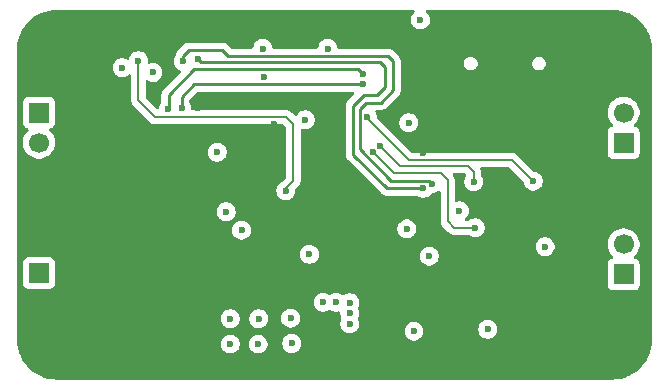
<source format=gbr>
%TF.GenerationSoftware,KiCad,Pcbnew,9.0.6-9.0.6~ubuntu24.04.1*%
%TF.CreationDate,2025-12-01T15:53:01+03:00*%
%TF.ProjectId,canfilter_g4,63616e66-696c-4746-9572-5f67342e6b69,rev?*%
%TF.SameCoordinates,Original*%
%TF.FileFunction,Copper,L4,Bot*%
%TF.FilePolarity,Positive*%
%FSLAX46Y46*%
G04 Gerber Fmt 4.6, Leading zero omitted, Abs format (unit mm)*
G04 Created by KiCad (PCBNEW 9.0.6-9.0.6~ubuntu24.04.1) date 2025-12-01 15:53:01*
%MOMM*%
%LPD*%
G01*
G04 APERTURE LIST*
%TA.AperFunction,ComponentPad*%
%ADD10C,0.800000*%
%TD*%
%TA.AperFunction,ComponentPad*%
%ADD11C,6.400000*%
%TD*%
%TA.AperFunction,ComponentPad*%
%ADD12R,1.700000X1.700000*%
%TD*%
%TA.AperFunction,HeatsinkPad*%
%ADD13O,1.000000X2.100000*%
%TD*%
%TA.AperFunction,HeatsinkPad*%
%ADD14O,1.000000X1.600000*%
%TD*%
%TA.AperFunction,ComponentPad*%
%ADD15C,1.700000*%
%TD*%
%TA.AperFunction,ViaPad*%
%ADD16C,0.600000*%
%TD*%
%TA.AperFunction,Conductor*%
%ADD17C,0.200000*%
%TD*%
%TA.AperFunction,Conductor*%
%ADD18C,0.250000*%
%TD*%
G04 APERTURE END LIST*
D10*
%TO.P,H104,1,1*%
%TO.N,GND*%
X168600000Y-109500000D03*
X169302944Y-107802944D03*
X169302944Y-111197056D03*
X171000000Y-107100000D03*
D11*
X171000000Y-109500000D03*
D10*
X171000000Y-111900000D03*
X172697056Y-107802944D03*
X172697056Y-111197056D03*
X173400000Y-109500000D03*
%TD*%
%TO.P,H101,1,1*%
%TO.N,GND*%
X121600000Y-85000000D03*
X122302944Y-83302944D03*
X122302944Y-86697056D03*
X124000000Y-82600000D03*
D11*
X124000000Y-85000000D03*
D10*
X124000000Y-87400000D03*
X125697056Y-83302944D03*
X125697056Y-86697056D03*
X126400000Y-85000000D03*
%TD*%
%TO.P,H103,1,1*%
%TO.N,GND*%
X168600000Y-85000000D03*
X169302944Y-83302944D03*
X169302944Y-86697056D03*
X171000000Y-82600000D03*
D11*
X171000000Y-85000000D03*
D10*
X171000000Y-87400000D03*
X172697056Y-83302944D03*
X172697056Y-86697056D03*
X173400000Y-85000000D03*
%TD*%
D12*
%TO.P,J105,1,Pin_1*%
%TO.N,GND*%
X122500000Y-100400000D03*
%TD*%
D13*
%TO.P,J601,S1,SHIELD*%
%TO.N,GND*%
X166270000Y-86755000D03*
D14*
X166270000Y-82575000D03*
D13*
X157630000Y-86755000D03*
D14*
X157630000Y-82575000D03*
%TD*%
D12*
%TO.P,J102,1,Pin_1*%
%TO.N,/CAN2_L*%
X172000000Y-104100000D03*
D15*
%TO.P,J102,2,Pin_2*%
%TO.N,/CAN2_H*%
X172000000Y-101560000D03*
%TD*%
D12*
%TO.P,J101,1,Pin_1*%
%TO.N,/CAN1_L*%
X122500000Y-90400000D03*
D15*
%TO.P,J101,2,Pin_2*%
%TO.N,/CAN1_H*%
X122500000Y-92940000D03*
%TD*%
D12*
%TO.P,J104,1,Pin_1*%
%TO.N,/VIN*%
X122500000Y-104000000D03*
%TD*%
D10*
%TO.P,H102,1,1*%
%TO.N,GND*%
X121600000Y-109500000D03*
X122302944Y-107802944D03*
X122302944Y-111197056D03*
X124000000Y-107100000D03*
D11*
X124000000Y-109500000D03*
D10*
X124000000Y-111900000D03*
X125697056Y-107802944D03*
X125697056Y-111197056D03*
X126400000Y-109500000D03*
%TD*%
D12*
%TO.P,J103,1,Pin_1*%
%TO.N,/CAN3_L*%
X172000000Y-92950000D03*
D15*
%TO.P,J103,2,Pin_2*%
%TO.N,/CAN3_H*%
X172000000Y-90410000D03*
%TD*%
D16*
%TO.N,GND*%
X163500000Y-111850000D03*
X135950000Y-90000000D03*
X138750000Y-89150000D03*
X155000000Y-93800000D03*
X162950000Y-82750000D03*
X133050000Y-100000000D03*
X147350000Y-95200000D03*
X133750000Y-108600000D03*
X161950000Y-89000000D03*
X146750000Y-105350000D03*
X139350000Y-98450000D03*
X140150000Y-102600000D03*
X148800000Y-105300000D03*
X141350000Y-103750000D03*
X166600000Y-93250000D03*
X138150000Y-96050000D03*
X142400000Y-91400000D03*
X132150000Y-101350000D03*
X172900000Y-98300000D03*
X130850000Y-101350000D03*
X139850000Y-83750000D03*
X133400000Y-82700000D03*
X159550000Y-82750000D03*
X126300000Y-91900000D03*
X164200000Y-93850000D03*
X131250000Y-111750000D03*
X128250000Y-88800000D03*
X161900000Y-101800000D03*
X129350000Y-90300000D03*
X125600000Y-96900000D03*
X152750000Y-111650000D03*
X133700000Y-95450000D03*
X143200000Y-94400000D03*
X133700000Y-94450000D03*
X166450000Y-88750000D03*
X132400000Y-95500000D03*
X156900000Y-111650000D03*
X142500000Y-111400000D03*
X137250000Y-103600000D03*
X156400000Y-101000000D03*
X135300000Y-103750000D03*
X165900000Y-111850000D03*
X132400000Y-94500000D03*
X136000000Y-108550000D03*
X155500000Y-111650000D03*
X156600000Y-92200000D03*
X144950000Y-83800000D03*
X152750000Y-90100000D03*
X147450000Y-97000000D03*
X151800000Y-99200000D03*
X132700000Y-108600000D03*
X157950000Y-97150000D03*
X135450000Y-98800000D03*
X163450000Y-97600000D03*
X158150000Y-111650000D03*
X164200000Y-91850000D03*
X128000000Y-96950000D03*
X149800000Y-99200000D03*
X165350000Y-88450000D03*
X126750000Y-96900000D03*
X168150000Y-104300000D03*
X138700000Y-111000000D03*
X172900000Y-96250000D03*
X143200000Y-93450000D03*
X131500000Y-101350000D03*
X128750000Y-111250000D03*
X158750000Y-88650000D03*
X134800000Y-108600000D03*
X164600000Y-82750000D03*
X143550000Y-100700000D03*
X150650000Y-104900000D03*
X142500000Y-112200000D03*
X157400000Y-88800000D03*
X128800000Y-109050000D03*
X147300000Y-93200000D03*
X143000000Y-105350000D03*
X154050000Y-111650000D03*
X129600000Y-111750000D03*
X150450000Y-83800000D03*
X141100000Y-111000000D03*
X137600000Y-89150000D03*
X161250000Y-82750000D03*
X128800000Y-109700000D03*
X128800000Y-110500000D03*
X130400000Y-111750000D03*
%TO.N,/5V*%
X141050000Y-110000000D03*
X146950000Y-84975000D03*
X141450000Y-84975000D03*
X141100000Y-107850000D03*
X143800000Y-107800000D03*
X158100000Y-98700000D03*
X138700000Y-107850000D03*
X143900000Y-109950000D03*
X138700000Y-110000000D03*
X154800000Y-82550000D03*
X137600000Y-93750000D03*
X154250000Y-108900000D03*
X138349000Y-98800000D03*
X129550000Y-86600000D03*
%TO.N,/3V3*%
X148800000Y-107400000D03*
X145050000Y-91000000D03*
X165350000Y-101750000D03*
X145400000Y-102400000D03*
X132150000Y-87000000D03*
X148800000Y-108300000D03*
X153650000Y-100250000D03*
X148800000Y-106500000D03*
X155550000Y-102550000D03*
X141550000Y-87375000D03*
X139650000Y-100350000D03*
X147650000Y-106450000D03*
X153800000Y-91250000D03*
X146550000Y-106450000D03*
X160500000Y-108750000D03*
%TO.N,/RST*%
X143400000Y-97000000D03*
X130925813Y-86009437D03*
%TO.N,/UART1_TX*%
X155034456Y-96807772D03*
X136000000Y-85900000D03*
%TO.N,/UART1_RX*%
X134700000Y-86050000D03*
X155750000Y-96450000D03*
%TO.N,/SWD_CLK*%
X134600000Y-90050000D03*
X149925000Y-88000000D03*
%TO.N,/SWD_IO*%
X133450000Y-90100000D03*
X149950000Y-87150000D03*
%TO.N,/CAN3_RX*%
X159450000Y-100150000D03*
X150775303Y-93749758D03*
%TO.N,/CAN3_S*%
X150300000Y-90750000D03*
X164350000Y-96200000D03*
%TO.N,/CAN3_TX*%
X159300000Y-96250000D03*
X151400000Y-93250000D03*
%TD*%
D17*
%TO.N,/RST*%
X130925813Y-89375813D02*
X130925813Y-86009437D01*
X130925813Y-89375813D02*
X132349000Y-90799000D01*
X144050000Y-96150000D02*
X144050000Y-91400000D01*
X143449000Y-90799000D02*
X132349000Y-90799000D01*
X143400000Y-97000000D02*
X143400000Y-96800000D01*
X144050000Y-91400000D02*
X143449000Y-90799000D01*
X143400000Y-96800000D02*
X144050000Y-96150000D01*
D18*
%TO.N,/UART1_TX*%
X151957772Y-96807772D02*
X149100000Y-93950000D01*
X151400000Y-86150000D02*
X136250000Y-86150000D01*
X151800000Y-88250000D02*
X151800000Y-86550000D01*
X149100000Y-93950000D02*
X149100000Y-89800000D01*
X151150000Y-88900000D02*
X151800000Y-88250000D01*
X149100000Y-89800000D02*
X150000000Y-88900000D01*
X136250000Y-86150000D02*
X136000000Y-85900000D01*
X151800000Y-86550000D02*
X151400000Y-86150000D01*
X150000000Y-88900000D02*
X151150000Y-88900000D01*
X155034456Y-96807772D02*
X151957772Y-96807772D01*
%TO.N,/UART1_RX*%
X134700000Y-86050000D02*
X134700000Y-85600000D01*
X138000000Y-85100000D02*
X138500000Y-85600000D01*
X152500000Y-88500000D02*
X151450000Y-89550000D01*
X135200000Y-85100000D02*
X138000000Y-85100000D01*
X138500000Y-85600000D02*
X152050000Y-85600000D01*
X150200000Y-89550000D02*
X149645124Y-90104876D01*
X152322020Y-96181772D02*
X155481772Y-96181772D01*
X152050000Y-85600000D02*
X152500000Y-86050000D01*
X155481772Y-96181772D02*
X155750000Y-96450000D01*
X149645124Y-93504876D02*
X152322020Y-96181772D01*
X134700000Y-85600000D02*
X135200000Y-85100000D01*
X152500000Y-86050000D02*
X152500000Y-88500000D01*
X149645124Y-90104876D02*
X149645124Y-93504876D01*
X151450000Y-89550000D02*
X150200000Y-89550000D01*
%TO.N,/SWD_CLK*%
X135650000Y-88000000D02*
X134600000Y-89050000D01*
X149925000Y-88000000D02*
X135650000Y-88000000D01*
X134600000Y-89050000D02*
X134600000Y-90050000D01*
%TO.N,/SWD_IO*%
X149550000Y-86750000D02*
X149950000Y-87150000D01*
X133450000Y-90100000D02*
X133500000Y-90050000D01*
X133500000Y-88900000D02*
X135650000Y-86750000D01*
X133500000Y-90050000D02*
X133500000Y-88900000D01*
X135650000Y-86750000D02*
X149550000Y-86750000D01*
D17*
%TO.N,/CAN3_RX*%
X157100000Y-99600000D02*
X157100000Y-96100000D01*
X156550000Y-95550000D02*
X152575544Y-95550000D01*
X157650000Y-100150000D02*
X157100000Y-99600000D01*
X152575544Y-95550000D02*
X150775303Y-93749758D01*
X157100000Y-96100000D02*
X156550000Y-95550000D01*
X159450000Y-100150000D02*
X157650000Y-100150000D01*
%TO.N,/CAN3_S*%
X153801000Y-94401000D02*
X162551000Y-94401000D01*
X150300000Y-90750000D02*
X150300000Y-90900000D01*
X162551000Y-94401000D02*
X164350000Y-96200000D01*
X150300000Y-90900000D02*
X153801000Y-94401000D01*
%TO.N,/CAN3_TX*%
X159300000Y-95400000D02*
X159300000Y-96250000D01*
X153050000Y-94900000D02*
X158800000Y-94900000D01*
X158800000Y-94900000D02*
X159300000Y-95400000D01*
X151400000Y-93250000D02*
X153050000Y-94900000D01*
%TD*%
%TA.AperFunction,Conductor*%
%TO.N,GND*%
G36*
X154288770Y-81720185D02*
G01*
X154334525Y-81772989D01*
X154344469Y-81842147D01*
X154315444Y-81905703D01*
X154294373Y-81924292D01*
X154294419Y-81924347D01*
X154292880Y-81925609D01*
X154290621Y-81927603D01*
X154289708Y-81928212D01*
X154178213Y-82039707D01*
X154178210Y-82039711D01*
X154090609Y-82170814D01*
X154090602Y-82170827D01*
X154030264Y-82316498D01*
X154030261Y-82316510D01*
X153999500Y-82471153D01*
X153999500Y-82628846D01*
X154030261Y-82783489D01*
X154030264Y-82783501D01*
X154090602Y-82929172D01*
X154090609Y-82929185D01*
X154178210Y-83060288D01*
X154178213Y-83060292D01*
X154289707Y-83171786D01*
X154289711Y-83171789D01*
X154420814Y-83259390D01*
X154420827Y-83259397D01*
X154496799Y-83290865D01*
X154566503Y-83319737D01*
X154721153Y-83350499D01*
X154721156Y-83350500D01*
X154721158Y-83350500D01*
X154878844Y-83350500D01*
X154878845Y-83350499D01*
X155033497Y-83319737D01*
X155179179Y-83259394D01*
X155310289Y-83171789D01*
X155421789Y-83060289D01*
X155509394Y-82929179D01*
X155569737Y-82783497D01*
X155600500Y-82628842D01*
X155600500Y-82471158D01*
X155600500Y-82471155D01*
X155600499Y-82471153D01*
X155574450Y-82340198D01*
X155569737Y-82316503D01*
X155549534Y-82267728D01*
X155509397Y-82170827D01*
X155509390Y-82170814D01*
X155421789Y-82039711D01*
X155421786Y-82039707D01*
X155310291Y-81928212D01*
X155309379Y-81927603D01*
X155309008Y-81927160D01*
X155305581Y-81924347D01*
X155306114Y-81923696D01*
X155264573Y-81873990D01*
X155255866Y-81804666D01*
X155286020Y-81741638D01*
X155345463Y-81704918D01*
X155378269Y-81700500D01*
X170984108Y-81700500D01*
X171046754Y-81700500D01*
X171053243Y-81700669D01*
X171393631Y-81718509D01*
X171406539Y-81719866D01*
X171739993Y-81772680D01*
X171752657Y-81775371D01*
X172078782Y-81862756D01*
X172091114Y-81866763D01*
X172406300Y-81987751D01*
X172418142Y-81993023D01*
X172718976Y-82146306D01*
X172730191Y-82152782D01*
X172982300Y-82316503D01*
X173013333Y-82336656D01*
X173023834Y-82344285D01*
X173286206Y-82556749D01*
X173295851Y-82565434D01*
X173534565Y-82804148D01*
X173543250Y-82813793D01*
X173755714Y-83076165D01*
X173763343Y-83086666D01*
X173947214Y-83369802D01*
X173953700Y-83381035D01*
X174106971Y-83681846D01*
X174112250Y-83693704D01*
X174233235Y-84008882D01*
X174237246Y-84021226D01*
X174324624Y-84347326D01*
X174327322Y-84360021D01*
X174380133Y-84693460D01*
X174381490Y-84706368D01*
X174399330Y-85046756D01*
X174399500Y-85053246D01*
X174399500Y-109646753D01*
X174399330Y-109653243D01*
X174381490Y-109993631D01*
X174380133Y-110006539D01*
X174327322Y-110339978D01*
X174324624Y-110352673D01*
X174237246Y-110678773D01*
X174233235Y-110691117D01*
X174112250Y-111006295D01*
X174106971Y-111018153D01*
X173953700Y-111318964D01*
X173947210Y-111330204D01*
X173763343Y-111613333D01*
X173755714Y-111623834D01*
X173543250Y-111886206D01*
X173534565Y-111895851D01*
X173295851Y-112134565D01*
X173286206Y-112143250D01*
X173023834Y-112355714D01*
X173013333Y-112363343D01*
X172730204Y-112547210D01*
X172718964Y-112553700D01*
X172418153Y-112706971D01*
X172406295Y-112712250D01*
X172091117Y-112833235D01*
X172078773Y-112837246D01*
X171752673Y-112924624D01*
X171739978Y-112927322D01*
X171406539Y-112980133D01*
X171393631Y-112981490D01*
X171053244Y-112999330D01*
X171046754Y-112999500D01*
X124003246Y-112999500D01*
X123996756Y-112999330D01*
X123656368Y-112981490D01*
X123643460Y-112980133D01*
X123310021Y-112927322D01*
X123297326Y-112924624D01*
X122971226Y-112837246D01*
X122958882Y-112833235D01*
X122643704Y-112712250D01*
X122631846Y-112706971D01*
X122331029Y-112553696D01*
X122319802Y-112547214D01*
X122036666Y-112363343D01*
X122026165Y-112355714D01*
X121763793Y-112143250D01*
X121754148Y-112134565D01*
X121515434Y-111895851D01*
X121506749Y-111886206D01*
X121294285Y-111623834D01*
X121286656Y-111613333D01*
X121154048Y-111409135D01*
X121102782Y-111330191D01*
X121096306Y-111318976D01*
X120943023Y-111018142D01*
X120937749Y-111006295D01*
X120846942Y-110769735D01*
X120816763Y-110691114D01*
X120812756Y-110678782D01*
X120725371Y-110352657D01*
X120722680Y-110339993D01*
X120669866Y-110006539D01*
X120668509Y-109993630D01*
X120664732Y-109921555D01*
X120664711Y-109921153D01*
X137899500Y-109921153D01*
X137899500Y-110078846D01*
X137930261Y-110233489D01*
X137930264Y-110233501D01*
X137990602Y-110379172D01*
X137990609Y-110379185D01*
X138078210Y-110510288D01*
X138078213Y-110510292D01*
X138189707Y-110621786D01*
X138189711Y-110621789D01*
X138320814Y-110709390D01*
X138320827Y-110709397D01*
X138420060Y-110750500D01*
X138466503Y-110769737D01*
X138621153Y-110800499D01*
X138621156Y-110800500D01*
X138621158Y-110800500D01*
X138778844Y-110800500D01*
X138778845Y-110800499D01*
X138933497Y-110769737D01*
X139079179Y-110709394D01*
X139210289Y-110621789D01*
X139321789Y-110510289D01*
X139409394Y-110379179D01*
X139469737Y-110233497D01*
X139500500Y-110078842D01*
X139500500Y-109921158D01*
X139500500Y-109921155D01*
X139500499Y-109921153D01*
X140249500Y-109921153D01*
X140249500Y-110078846D01*
X140280261Y-110233489D01*
X140280264Y-110233501D01*
X140340602Y-110379172D01*
X140340609Y-110379185D01*
X140428210Y-110510288D01*
X140428213Y-110510292D01*
X140539707Y-110621786D01*
X140539711Y-110621789D01*
X140670814Y-110709390D01*
X140670827Y-110709397D01*
X140770060Y-110750500D01*
X140816503Y-110769737D01*
X140971153Y-110800499D01*
X140971156Y-110800500D01*
X140971158Y-110800500D01*
X141128844Y-110800500D01*
X141128845Y-110800499D01*
X141283497Y-110769737D01*
X141429179Y-110709394D01*
X141560289Y-110621789D01*
X141671789Y-110510289D01*
X141759394Y-110379179D01*
X141819737Y-110233497D01*
X141850500Y-110078842D01*
X141850500Y-109921158D01*
X141850500Y-109921155D01*
X141844155Y-109889258D01*
X141844155Y-109889257D01*
X141840554Y-109871153D01*
X143099500Y-109871153D01*
X143099500Y-110028846D01*
X143130261Y-110183489D01*
X143130264Y-110183501D01*
X143190602Y-110329172D01*
X143190609Y-110329185D01*
X143278210Y-110460288D01*
X143278213Y-110460292D01*
X143389707Y-110571786D01*
X143389711Y-110571789D01*
X143520814Y-110659390D01*
X143520827Y-110659397D01*
X143666498Y-110719735D01*
X143666503Y-110719737D01*
X143821153Y-110750499D01*
X143821156Y-110750500D01*
X143821158Y-110750500D01*
X143978844Y-110750500D01*
X143978845Y-110750499D01*
X144133497Y-110719737D01*
X144279179Y-110659394D01*
X144410289Y-110571789D01*
X144521789Y-110460289D01*
X144609394Y-110329179D01*
X144669737Y-110183497D01*
X144700500Y-110028842D01*
X144700500Y-109871158D01*
X144700500Y-109871155D01*
X144700499Y-109871153D01*
X144679684Y-109766510D01*
X144669737Y-109716503D01*
X144669735Y-109716498D01*
X144609397Y-109570827D01*
X144609390Y-109570814D01*
X144521789Y-109439711D01*
X144521786Y-109439707D01*
X144410292Y-109328213D01*
X144410288Y-109328210D01*
X144279185Y-109240609D01*
X144279172Y-109240602D01*
X144133501Y-109180264D01*
X144133489Y-109180261D01*
X143978845Y-109149500D01*
X143978842Y-109149500D01*
X143821158Y-109149500D01*
X143821155Y-109149500D01*
X143666510Y-109180261D01*
X143666498Y-109180264D01*
X143520827Y-109240602D01*
X143520814Y-109240609D01*
X143389711Y-109328210D01*
X143389707Y-109328213D01*
X143278213Y-109439707D01*
X143278210Y-109439711D01*
X143190609Y-109570814D01*
X143190602Y-109570827D01*
X143130264Y-109716498D01*
X143130261Y-109716510D01*
X143099500Y-109871153D01*
X141840554Y-109871153D01*
X141819738Y-109766510D01*
X141819737Y-109766503D01*
X141819735Y-109766498D01*
X141759397Y-109620827D01*
X141759390Y-109620814D01*
X141671789Y-109489711D01*
X141671786Y-109489707D01*
X141560292Y-109378213D01*
X141560288Y-109378210D01*
X141429185Y-109290609D01*
X141429172Y-109290602D01*
X141283501Y-109230264D01*
X141283489Y-109230261D01*
X141128845Y-109199500D01*
X141128842Y-109199500D01*
X140971158Y-109199500D01*
X140971155Y-109199500D01*
X140816510Y-109230261D01*
X140816498Y-109230264D01*
X140670827Y-109290602D01*
X140670814Y-109290609D01*
X140539711Y-109378210D01*
X140539707Y-109378213D01*
X140428213Y-109489707D01*
X140428210Y-109489711D01*
X140340609Y-109620814D01*
X140340602Y-109620827D01*
X140280264Y-109766498D01*
X140280261Y-109766510D01*
X140249500Y-109921153D01*
X139500499Y-109921153D01*
X139490553Y-109871153D01*
X139469737Y-109766503D01*
X139469735Y-109766498D01*
X139409397Y-109620827D01*
X139409390Y-109620814D01*
X139321789Y-109489711D01*
X139321786Y-109489707D01*
X139210292Y-109378213D01*
X139210288Y-109378210D01*
X139079185Y-109290609D01*
X139079172Y-109290602D01*
X138933501Y-109230264D01*
X138933489Y-109230261D01*
X138778845Y-109199500D01*
X138778842Y-109199500D01*
X138621158Y-109199500D01*
X138621155Y-109199500D01*
X138466510Y-109230261D01*
X138466498Y-109230264D01*
X138320827Y-109290602D01*
X138320814Y-109290609D01*
X138189711Y-109378210D01*
X138189707Y-109378213D01*
X138078213Y-109489707D01*
X138078210Y-109489711D01*
X137990609Y-109620814D01*
X137990602Y-109620827D01*
X137930264Y-109766498D01*
X137930261Y-109766510D01*
X137899500Y-109921153D01*
X120664711Y-109921153D01*
X120650670Y-109653243D01*
X120650500Y-109646753D01*
X120650500Y-107771153D01*
X137899500Y-107771153D01*
X137899500Y-107928846D01*
X137930261Y-108083489D01*
X137930264Y-108083501D01*
X137990602Y-108229172D01*
X137990609Y-108229185D01*
X138078210Y-108360288D01*
X138078213Y-108360292D01*
X138189707Y-108471786D01*
X138189711Y-108471789D01*
X138320814Y-108559390D01*
X138320827Y-108559397D01*
X138420060Y-108600500D01*
X138466503Y-108619737D01*
X138621153Y-108650499D01*
X138621156Y-108650500D01*
X138621158Y-108650500D01*
X138778844Y-108650500D01*
X138778845Y-108650499D01*
X138933497Y-108619737D01*
X139079179Y-108559394D01*
X139210289Y-108471789D01*
X139321789Y-108360289D01*
X139409394Y-108229179D01*
X139412719Y-108221153D01*
X139430102Y-108179185D01*
X139469737Y-108083497D01*
X139500500Y-107928842D01*
X139500500Y-107771158D01*
X139500500Y-107771155D01*
X139500499Y-107771153D01*
X140299500Y-107771153D01*
X140299500Y-107928846D01*
X140330261Y-108083489D01*
X140330264Y-108083501D01*
X140390602Y-108229172D01*
X140390609Y-108229185D01*
X140478210Y-108360288D01*
X140478213Y-108360292D01*
X140589707Y-108471786D01*
X140589711Y-108471789D01*
X140720814Y-108559390D01*
X140720827Y-108559397D01*
X140820060Y-108600500D01*
X140866503Y-108619737D01*
X141021153Y-108650499D01*
X141021156Y-108650500D01*
X141021158Y-108650500D01*
X141178844Y-108650500D01*
X141178845Y-108650499D01*
X141333497Y-108619737D01*
X141479179Y-108559394D01*
X141610289Y-108471789D01*
X141721789Y-108360289D01*
X141809394Y-108229179D01*
X141812719Y-108221153D01*
X141830102Y-108179185D01*
X141869737Y-108083497D01*
X141900500Y-107928842D01*
X141900500Y-107771158D01*
X141900500Y-107771155D01*
X141894155Y-107739258D01*
X141894155Y-107739257D01*
X141890554Y-107721153D01*
X142999500Y-107721153D01*
X142999500Y-107878846D01*
X143030261Y-108033489D01*
X143030264Y-108033501D01*
X143090602Y-108179172D01*
X143090609Y-108179185D01*
X143178210Y-108310288D01*
X143178213Y-108310292D01*
X143289707Y-108421786D01*
X143289711Y-108421789D01*
X143420814Y-108509390D01*
X143420827Y-108509397D01*
X143566498Y-108569735D01*
X143566503Y-108569737D01*
X143721153Y-108600499D01*
X143721156Y-108600500D01*
X143721158Y-108600500D01*
X143878844Y-108600500D01*
X143878845Y-108600499D01*
X144033497Y-108569737D01*
X144151592Y-108520821D01*
X144179172Y-108509397D01*
X144179172Y-108509396D01*
X144179179Y-108509394D01*
X144310289Y-108421789D01*
X144421789Y-108310289D01*
X144509394Y-108179179D01*
X144569737Y-108033497D01*
X144600500Y-107878842D01*
X144600500Y-107721158D01*
X144600500Y-107721155D01*
X144600499Y-107721153D01*
X144579684Y-107616510D01*
X144569737Y-107566503D01*
X144530102Y-107470814D01*
X144509397Y-107420827D01*
X144509390Y-107420814D01*
X144421789Y-107289711D01*
X144421786Y-107289707D01*
X144310292Y-107178213D01*
X144310288Y-107178210D01*
X144179185Y-107090609D01*
X144179172Y-107090602D01*
X144033501Y-107030264D01*
X144033489Y-107030261D01*
X143878845Y-106999500D01*
X143878842Y-106999500D01*
X143721158Y-106999500D01*
X143721155Y-106999500D01*
X143566510Y-107030261D01*
X143566498Y-107030264D01*
X143420827Y-107090602D01*
X143420814Y-107090609D01*
X143289711Y-107178210D01*
X143289707Y-107178213D01*
X143178213Y-107289707D01*
X143178210Y-107289711D01*
X143090609Y-107420814D01*
X143090602Y-107420827D01*
X143030264Y-107566498D01*
X143030261Y-107566510D01*
X142999500Y-107721153D01*
X141890554Y-107721153D01*
X141873117Y-107633497D01*
X141869737Y-107616503D01*
X141869735Y-107616498D01*
X141809397Y-107470827D01*
X141809390Y-107470814D01*
X141721789Y-107339711D01*
X141721786Y-107339707D01*
X141610292Y-107228213D01*
X141610288Y-107228210D01*
X141479185Y-107140609D01*
X141479172Y-107140602D01*
X141333501Y-107080264D01*
X141333489Y-107080261D01*
X141178845Y-107049500D01*
X141178842Y-107049500D01*
X141021158Y-107049500D01*
X141021155Y-107049500D01*
X140866510Y-107080261D01*
X140866498Y-107080264D01*
X140720827Y-107140602D01*
X140720814Y-107140609D01*
X140589711Y-107228210D01*
X140589707Y-107228213D01*
X140478213Y-107339707D01*
X140478210Y-107339711D01*
X140390609Y-107470814D01*
X140390602Y-107470827D01*
X140330264Y-107616498D01*
X140330261Y-107616510D01*
X140299500Y-107771153D01*
X139500499Y-107771153D01*
X139473117Y-107633497D01*
X139469737Y-107616503D01*
X139469735Y-107616498D01*
X139409397Y-107470827D01*
X139409390Y-107470814D01*
X139321789Y-107339711D01*
X139321786Y-107339707D01*
X139210292Y-107228213D01*
X139210288Y-107228210D01*
X139079185Y-107140609D01*
X139079172Y-107140602D01*
X138933501Y-107080264D01*
X138933489Y-107080261D01*
X138778845Y-107049500D01*
X138778842Y-107049500D01*
X138621158Y-107049500D01*
X138621155Y-107049500D01*
X138466510Y-107080261D01*
X138466498Y-107080264D01*
X138320827Y-107140602D01*
X138320814Y-107140609D01*
X138189711Y-107228210D01*
X138189707Y-107228213D01*
X138078213Y-107339707D01*
X138078210Y-107339711D01*
X137990609Y-107470814D01*
X137990602Y-107470827D01*
X137930264Y-107616498D01*
X137930261Y-107616510D01*
X137899500Y-107771153D01*
X120650500Y-107771153D01*
X120650500Y-106371153D01*
X145749500Y-106371153D01*
X145749500Y-106528846D01*
X145780261Y-106683489D01*
X145780264Y-106683501D01*
X145840602Y-106829172D01*
X145840609Y-106829185D01*
X145928210Y-106960288D01*
X145928213Y-106960292D01*
X146039707Y-107071786D01*
X146039711Y-107071789D01*
X146170814Y-107159390D01*
X146170827Y-107159397D01*
X146216254Y-107178213D01*
X146316503Y-107219737D01*
X146471153Y-107250499D01*
X146471156Y-107250500D01*
X146471158Y-107250500D01*
X146628844Y-107250500D01*
X146628845Y-107250499D01*
X146783497Y-107219737D01*
X146929179Y-107159394D01*
X147031111Y-107091284D01*
X147097786Y-107070408D01*
X147165166Y-107088892D01*
X147168847Y-107091257D01*
X147270821Y-107159394D01*
X147270823Y-107159395D01*
X147270827Y-107159397D01*
X147316254Y-107178213D01*
X147416503Y-107219737D01*
X147571153Y-107250499D01*
X147571156Y-107250500D01*
X147571158Y-107250500D01*
X147728844Y-107250500D01*
X147851308Y-107226140D01*
X147920900Y-107232367D01*
X147976077Y-107275230D01*
X147999322Y-107341120D01*
X147999500Y-107347757D01*
X147999500Y-107478846D01*
X148030261Y-107633489D01*
X148030264Y-107633501D01*
X148090604Y-107779177D01*
X148090605Y-107779179D01*
X148091899Y-107781115D01*
X148092264Y-107782282D01*
X148093476Y-107784549D01*
X148093045Y-107784778D01*
X148112773Y-107847794D01*
X148094285Y-107915173D01*
X148091899Y-107918885D01*
X148090605Y-107920820D01*
X148090604Y-107920822D01*
X148030264Y-108066498D01*
X148030261Y-108066510D01*
X147999500Y-108221153D01*
X147999500Y-108378846D01*
X148030261Y-108533489D01*
X148030264Y-108533501D01*
X148090602Y-108679172D01*
X148090609Y-108679185D01*
X148178210Y-108810288D01*
X148178213Y-108810292D01*
X148289707Y-108921786D01*
X148289711Y-108921789D01*
X148420814Y-109009390D01*
X148420827Y-109009397D01*
X148566498Y-109069735D01*
X148566503Y-109069737D01*
X148721153Y-109100499D01*
X148721156Y-109100500D01*
X148721158Y-109100500D01*
X148878844Y-109100500D01*
X148878845Y-109100499D01*
X149033497Y-109069737D01*
X149179179Y-109009394D01*
X149310289Y-108921789D01*
X149410925Y-108821153D01*
X153449500Y-108821153D01*
X153449500Y-108978846D01*
X153480261Y-109133489D01*
X153480264Y-109133501D01*
X153540602Y-109279172D01*
X153540609Y-109279185D01*
X153628210Y-109410288D01*
X153628213Y-109410292D01*
X153739707Y-109521786D01*
X153739711Y-109521789D01*
X153870814Y-109609390D01*
X153870827Y-109609397D01*
X154016498Y-109669735D01*
X154016503Y-109669737D01*
X154171153Y-109700499D01*
X154171156Y-109700500D01*
X154171158Y-109700500D01*
X154328844Y-109700500D01*
X154328845Y-109700499D01*
X154483497Y-109669737D01*
X154601592Y-109620821D01*
X154629172Y-109609397D01*
X154629172Y-109609396D01*
X154629179Y-109609394D01*
X154760289Y-109521789D01*
X154871789Y-109410289D01*
X154959394Y-109279179D01*
X155019737Y-109133497D01*
X155050500Y-108978842D01*
X155050500Y-108821158D01*
X155050500Y-108821155D01*
X155050499Y-108821153D01*
X155024264Y-108689257D01*
X155020662Y-108671153D01*
X159699500Y-108671153D01*
X159699500Y-108828846D01*
X159730261Y-108983489D01*
X159730264Y-108983501D01*
X159790602Y-109129172D01*
X159790609Y-109129185D01*
X159878210Y-109260288D01*
X159878213Y-109260292D01*
X159989707Y-109371786D01*
X159989711Y-109371789D01*
X160120814Y-109459390D01*
X160120827Y-109459397D01*
X160194013Y-109489711D01*
X160266503Y-109519737D01*
X160421153Y-109550499D01*
X160421156Y-109550500D01*
X160421158Y-109550500D01*
X160578844Y-109550500D01*
X160578845Y-109550499D01*
X160733497Y-109519737D01*
X160879179Y-109459394D01*
X161010289Y-109371789D01*
X161121789Y-109260289D01*
X161209394Y-109129179D01*
X161269737Y-108983497D01*
X161300500Y-108828842D01*
X161300500Y-108671158D01*
X161300500Y-108671155D01*
X161300499Y-108671153D01*
X161280326Y-108569737D01*
X161269737Y-108516503D01*
X161251215Y-108471786D01*
X161209397Y-108370827D01*
X161209390Y-108370814D01*
X161121789Y-108239711D01*
X161121786Y-108239707D01*
X161010292Y-108128213D01*
X161010288Y-108128210D01*
X160879185Y-108040609D01*
X160879172Y-108040602D01*
X160733501Y-107980264D01*
X160733489Y-107980261D01*
X160578845Y-107949500D01*
X160578842Y-107949500D01*
X160421158Y-107949500D01*
X160421155Y-107949500D01*
X160266510Y-107980261D01*
X160266498Y-107980264D01*
X160120827Y-108040602D01*
X160120814Y-108040609D01*
X159989711Y-108128210D01*
X159989707Y-108128213D01*
X159878213Y-108239707D01*
X159878210Y-108239711D01*
X159790609Y-108370814D01*
X159790602Y-108370827D01*
X159730264Y-108516498D01*
X159730261Y-108516510D01*
X159699500Y-108671153D01*
X155020662Y-108671153D01*
X155019738Y-108666507D01*
X155019735Y-108666498D01*
X154959397Y-108520827D01*
X154959390Y-108520814D01*
X154871789Y-108389711D01*
X154871786Y-108389707D01*
X154760292Y-108278213D01*
X154760288Y-108278210D01*
X154629185Y-108190609D01*
X154629172Y-108190602D01*
X154483501Y-108130264D01*
X154483489Y-108130261D01*
X154328845Y-108099500D01*
X154328842Y-108099500D01*
X154171158Y-108099500D01*
X154171155Y-108099500D01*
X154016510Y-108130261D01*
X154016498Y-108130264D01*
X153870827Y-108190602D01*
X153870814Y-108190609D01*
X153739711Y-108278210D01*
X153739707Y-108278213D01*
X153628213Y-108389707D01*
X153628210Y-108389711D01*
X153540609Y-108520814D01*
X153540602Y-108520827D01*
X153480264Y-108666498D01*
X153480261Y-108666510D01*
X153449500Y-108821153D01*
X149410925Y-108821153D01*
X149421789Y-108810289D01*
X149509394Y-108679179D01*
X149512719Y-108671153D01*
X149541984Y-108600499D01*
X149569737Y-108533497D01*
X149600500Y-108378842D01*
X149600500Y-108221158D01*
X149600500Y-108221155D01*
X149600499Y-108221153D01*
X149582012Y-108128213D01*
X149569737Y-108066503D01*
X149569735Y-108066498D01*
X149509397Y-107920827D01*
X149509394Y-107920822D01*
X149509394Y-107920821D01*
X149508103Y-107918889D01*
X149507737Y-107917723D01*
X149506525Y-107915454D01*
X149506955Y-107915223D01*
X149487226Y-107852214D01*
X149505710Y-107784834D01*
X149508100Y-107781115D01*
X149509394Y-107779179D01*
X149512719Y-107771153D01*
X149569735Y-107633501D01*
X149569737Y-107633497D01*
X149600500Y-107478842D01*
X149600500Y-107321158D01*
X149600500Y-107321155D01*
X149600499Y-107321153D01*
X149582012Y-107228213D01*
X149569737Y-107166503D01*
X149565251Y-107155672D01*
X149509397Y-107020827D01*
X149509395Y-107020824D01*
X149509394Y-107020821D01*
X149508103Y-107018889D01*
X149507737Y-107017723D01*
X149506525Y-107015454D01*
X149506955Y-107015223D01*
X149487226Y-106952214D01*
X149505710Y-106884834D01*
X149508077Y-106881149D01*
X149509394Y-106879179D01*
X149569737Y-106733497D01*
X149600500Y-106578842D01*
X149600500Y-106421158D01*
X149600500Y-106421155D01*
X149600499Y-106421153D01*
X149569738Y-106266510D01*
X149569737Y-106266503D01*
X149569735Y-106266498D01*
X149509397Y-106120827D01*
X149509390Y-106120814D01*
X149421789Y-105989711D01*
X149421786Y-105989707D01*
X149310292Y-105878213D01*
X149310288Y-105878210D01*
X149179185Y-105790609D01*
X149179172Y-105790602D01*
X149033501Y-105730264D01*
X149033489Y-105730261D01*
X148878845Y-105699500D01*
X148878842Y-105699500D01*
X148721158Y-105699500D01*
X148721155Y-105699500D01*
X148566510Y-105730261D01*
X148566498Y-105730264D01*
X148420827Y-105790602D01*
X148420814Y-105790609D01*
X148326715Y-105853485D01*
X148260037Y-105874363D01*
X148192657Y-105855878D01*
X148170143Y-105838064D01*
X148160292Y-105828213D01*
X148160288Y-105828210D01*
X148029185Y-105740609D01*
X148029172Y-105740602D01*
X147883501Y-105680264D01*
X147883489Y-105680261D01*
X147728845Y-105649500D01*
X147728842Y-105649500D01*
X147571158Y-105649500D01*
X147571155Y-105649500D01*
X147416510Y-105680261D01*
X147416498Y-105680264D01*
X147270827Y-105740602D01*
X147270814Y-105740609D01*
X147168891Y-105808713D01*
X147102213Y-105829591D01*
X147034833Y-105811107D01*
X147031109Y-105808713D01*
X146929185Y-105740609D01*
X146929172Y-105740602D01*
X146783501Y-105680264D01*
X146783489Y-105680261D01*
X146628845Y-105649500D01*
X146628842Y-105649500D01*
X146471158Y-105649500D01*
X146471155Y-105649500D01*
X146316510Y-105680261D01*
X146316498Y-105680264D01*
X146170827Y-105740602D01*
X146170814Y-105740609D01*
X146039711Y-105828210D01*
X146039707Y-105828213D01*
X145928213Y-105939707D01*
X145928210Y-105939711D01*
X145840609Y-106070814D01*
X145840602Y-106070827D01*
X145780264Y-106216498D01*
X145780261Y-106216510D01*
X145749500Y-106371153D01*
X120650500Y-106371153D01*
X120650500Y-103102135D01*
X121149500Y-103102135D01*
X121149500Y-104897870D01*
X121149501Y-104897876D01*
X121155908Y-104957483D01*
X121206202Y-105092328D01*
X121206206Y-105092335D01*
X121292452Y-105207544D01*
X121292455Y-105207547D01*
X121407664Y-105293793D01*
X121407671Y-105293797D01*
X121542517Y-105344091D01*
X121542516Y-105344091D01*
X121549444Y-105344835D01*
X121602127Y-105350500D01*
X123397872Y-105350499D01*
X123457483Y-105344091D01*
X123592331Y-105293796D01*
X123707546Y-105207546D01*
X123793796Y-105092331D01*
X123844091Y-104957483D01*
X123850500Y-104897873D01*
X123850499Y-103102128D01*
X123844091Y-103042517D01*
X123831094Y-103007671D01*
X123793797Y-102907671D01*
X123793793Y-102907664D01*
X123707547Y-102792455D01*
X123707544Y-102792452D01*
X123592335Y-102706206D01*
X123592328Y-102706202D01*
X123457482Y-102655908D01*
X123457483Y-102655908D01*
X123397883Y-102649501D01*
X123397881Y-102649500D01*
X123397873Y-102649500D01*
X123397864Y-102649500D01*
X121602129Y-102649500D01*
X121602123Y-102649501D01*
X121542516Y-102655908D01*
X121407671Y-102706202D01*
X121407664Y-102706206D01*
X121292455Y-102792452D01*
X121292452Y-102792455D01*
X121206206Y-102907664D01*
X121206202Y-102907671D01*
X121155908Y-103042517D01*
X121149501Y-103102116D01*
X121149501Y-103102123D01*
X121149500Y-103102135D01*
X120650500Y-103102135D01*
X120650500Y-102321153D01*
X144599500Y-102321153D01*
X144599500Y-102478846D01*
X144630261Y-102633489D01*
X144630264Y-102633501D01*
X144690602Y-102779172D01*
X144690609Y-102779185D01*
X144778210Y-102910288D01*
X144778213Y-102910292D01*
X144889707Y-103021786D01*
X144889711Y-103021789D01*
X145020814Y-103109390D01*
X145020827Y-103109397D01*
X145166498Y-103169735D01*
X145166503Y-103169737D01*
X145321153Y-103200499D01*
X145321156Y-103200500D01*
X145321158Y-103200500D01*
X145478844Y-103200500D01*
X145478845Y-103200499D01*
X145633497Y-103169737D01*
X145779179Y-103109394D01*
X145910289Y-103021789D01*
X146021789Y-102910289D01*
X146109394Y-102779179D01*
X146118503Y-102757189D01*
X146148677Y-102684341D01*
X146169737Y-102633497D01*
X146200500Y-102478842D01*
X146200500Y-102471153D01*
X154749500Y-102471153D01*
X154749500Y-102628846D01*
X154780261Y-102783489D01*
X154780264Y-102783501D01*
X154840602Y-102929172D01*
X154840609Y-102929185D01*
X154928210Y-103060288D01*
X154928213Y-103060292D01*
X155039707Y-103171786D01*
X155039711Y-103171789D01*
X155170814Y-103259390D01*
X155170827Y-103259397D01*
X155316498Y-103319735D01*
X155316503Y-103319737D01*
X155471153Y-103350499D01*
X155471156Y-103350500D01*
X155471158Y-103350500D01*
X155628844Y-103350500D01*
X155628845Y-103350499D01*
X155783497Y-103319737D01*
X155929179Y-103259394D01*
X156060289Y-103171789D01*
X156171789Y-103060289D01*
X156259394Y-102929179D01*
X156319737Y-102783497D01*
X156350500Y-102628842D01*
X156350500Y-102471158D01*
X156350500Y-102471155D01*
X156350499Y-102471153D01*
X156330734Y-102371789D01*
X156319737Y-102316503D01*
X156299572Y-102267820D01*
X156259397Y-102170827D01*
X156259390Y-102170814D01*
X156171789Y-102039711D01*
X156171786Y-102039707D01*
X156060292Y-101928213D01*
X156060288Y-101928210D01*
X155929185Y-101840609D01*
X155929172Y-101840602D01*
X155783501Y-101780264D01*
X155783489Y-101780261D01*
X155628845Y-101749500D01*
X155628842Y-101749500D01*
X155471158Y-101749500D01*
X155471155Y-101749500D01*
X155316510Y-101780261D01*
X155316498Y-101780264D01*
X155170827Y-101840602D01*
X155170814Y-101840609D01*
X155039711Y-101928210D01*
X155039707Y-101928213D01*
X154928213Y-102039707D01*
X154928210Y-102039711D01*
X154840609Y-102170814D01*
X154840602Y-102170827D01*
X154780264Y-102316498D01*
X154780261Y-102316510D01*
X154749500Y-102471153D01*
X146200500Y-102471153D01*
X146200500Y-102321158D01*
X146200500Y-102321155D01*
X146200499Y-102321153D01*
X146189890Y-102267820D01*
X146169737Y-102166503D01*
X146169735Y-102166498D01*
X146109397Y-102020827D01*
X146109390Y-102020814D01*
X146021789Y-101889711D01*
X146021786Y-101889707D01*
X145910292Y-101778213D01*
X145910288Y-101778210D01*
X145779185Y-101690609D01*
X145779172Y-101690602D01*
X145732217Y-101671153D01*
X164549500Y-101671153D01*
X164549500Y-101828846D01*
X164580261Y-101983489D01*
X164580264Y-101983501D01*
X164640602Y-102129172D01*
X164640609Y-102129185D01*
X164728210Y-102260288D01*
X164728213Y-102260292D01*
X164839707Y-102371786D01*
X164839711Y-102371789D01*
X164970814Y-102459390D01*
X164970827Y-102459397D01*
X165116498Y-102519735D01*
X165116503Y-102519737D01*
X165271153Y-102550499D01*
X165271156Y-102550500D01*
X165271158Y-102550500D01*
X165428844Y-102550500D01*
X165428845Y-102550499D01*
X165583497Y-102519737D01*
X165729179Y-102459394D01*
X165860289Y-102371789D01*
X165971789Y-102260289D01*
X166059394Y-102129179D01*
X166119737Y-101983497D01*
X166150500Y-101828842D01*
X166150500Y-101671158D01*
X166150500Y-101671155D01*
X166150499Y-101671153D01*
X166119738Y-101516510D01*
X166119737Y-101516503D01*
X166093729Y-101453713D01*
X170649500Y-101453713D01*
X170649500Y-101666287D01*
X170653351Y-101690602D01*
X170677109Y-101840606D01*
X170682754Y-101876243D01*
X170735868Y-102039711D01*
X170748444Y-102078414D01*
X170844951Y-102267820D01*
X170969890Y-102439786D01*
X171083430Y-102553326D01*
X171116915Y-102614649D01*
X171111931Y-102684341D01*
X171070059Y-102740274D01*
X171039083Y-102757189D01*
X170907669Y-102806203D01*
X170907664Y-102806206D01*
X170792455Y-102892452D01*
X170792452Y-102892455D01*
X170706206Y-103007664D01*
X170706202Y-103007671D01*
X170655908Y-103142517D01*
X170649675Y-103200499D01*
X170649501Y-103202123D01*
X170649500Y-103202135D01*
X170649500Y-104997870D01*
X170649501Y-104997876D01*
X170655908Y-105057483D01*
X170706202Y-105192328D01*
X170706206Y-105192335D01*
X170792452Y-105307544D01*
X170792455Y-105307547D01*
X170907664Y-105393793D01*
X170907671Y-105393797D01*
X171042517Y-105444091D01*
X171042516Y-105444091D01*
X171049444Y-105444835D01*
X171102127Y-105450500D01*
X172897872Y-105450499D01*
X172957483Y-105444091D01*
X173092331Y-105393796D01*
X173207546Y-105307546D01*
X173293796Y-105192331D01*
X173344091Y-105057483D01*
X173350500Y-104997873D01*
X173350499Y-103202128D01*
X173344091Y-103142517D01*
X173331735Y-103109390D01*
X173293797Y-103007671D01*
X173293793Y-103007664D01*
X173207547Y-102892455D01*
X173207544Y-102892452D01*
X173092335Y-102806206D01*
X173092328Y-102806202D01*
X172960917Y-102757189D01*
X172904983Y-102715318D01*
X172880566Y-102649853D01*
X172895418Y-102581580D01*
X172916563Y-102553332D01*
X173030104Y-102439792D01*
X173155051Y-102267816D01*
X173251557Y-102078412D01*
X173317246Y-101876243D01*
X173350500Y-101666287D01*
X173350500Y-101453713D01*
X173317246Y-101243757D01*
X173251557Y-101041588D01*
X173155051Y-100852184D01*
X173155049Y-100852181D01*
X173155048Y-100852179D01*
X173030109Y-100680213D01*
X172879786Y-100529890D01*
X172707820Y-100404951D01*
X172518414Y-100308444D01*
X172518413Y-100308443D01*
X172518412Y-100308443D01*
X172316243Y-100242754D01*
X172316241Y-100242753D01*
X172316240Y-100242753D01*
X172154957Y-100217208D01*
X172106287Y-100209500D01*
X171893713Y-100209500D01*
X171845042Y-100217208D01*
X171683760Y-100242753D01*
X171481585Y-100308444D01*
X171292179Y-100404951D01*
X171120213Y-100529890D01*
X170969890Y-100680213D01*
X170844951Y-100852179D01*
X170748444Y-101041585D01*
X170682753Y-101243760D01*
X170662630Y-101370814D01*
X170649500Y-101453713D01*
X166093729Y-101453713D01*
X166088848Y-101441930D01*
X166059397Y-101370827D01*
X166059390Y-101370814D01*
X165971789Y-101239711D01*
X165971786Y-101239707D01*
X165860292Y-101128213D01*
X165860288Y-101128210D01*
X165729185Y-101040609D01*
X165729172Y-101040602D01*
X165583501Y-100980264D01*
X165583489Y-100980261D01*
X165428845Y-100949500D01*
X165428842Y-100949500D01*
X165271158Y-100949500D01*
X165271155Y-100949500D01*
X165116510Y-100980261D01*
X165116498Y-100980264D01*
X164970827Y-101040602D01*
X164970814Y-101040609D01*
X164839711Y-101128210D01*
X164839707Y-101128213D01*
X164728213Y-101239707D01*
X164728210Y-101239711D01*
X164640609Y-101370814D01*
X164640602Y-101370827D01*
X164580264Y-101516498D01*
X164580261Y-101516510D01*
X164549500Y-101671153D01*
X145732217Y-101671153D01*
X145633501Y-101630264D01*
X145633489Y-101630261D01*
X145478845Y-101599500D01*
X145478842Y-101599500D01*
X145321158Y-101599500D01*
X145321155Y-101599500D01*
X145166510Y-101630261D01*
X145166498Y-101630264D01*
X145020827Y-101690602D01*
X145020814Y-101690609D01*
X144889711Y-101778210D01*
X144889707Y-101778213D01*
X144778213Y-101889707D01*
X144778210Y-101889711D01*
X144690609Y-102020814D01*
X144690602Y-102020827D01*
X144630264Y-102166498D01*
X144630261Y-102166510D01*
X144599500Y-102321153D01*
X120650500Y-102321153D01*
X120650500Y-100271153D01*
X138849500Y-100271153D01*
X138849500Y-100428846D01*
X138880261Y-100583489D01*
X138880264Y-100583501D01*
X138940602Y-100729172D01*
X138940609Y-100729185D01*
X139028210Y-100860288D01*
X139028213Y-100860292D01*
X139139707Y-100971786D01*
X139139711Y-100971789D01*
X139270814Y-101059390D01*
X139270827Y-101059397D01*
X139416498Y-101119735D01*
X139416503Y-101119737D01*
X139571153Y-101150499D01*
X139571156Y-101150500D01*
X139571158Y-101150500D01*
X139728844Y-101150500D01*
X139728845Y-101150499D01*
X139883497Y-101119737D01*
X140029179Y-101059394D01*
X140160289Y-100971789D01*
X140271789Y-100860289D01*
X140359394Y-100729179D01*
X140419737Y-100583497D01*
X140450500Y-100428842D01*
X140450500Y-100271158D01*
X140450500Y-100271155D01*
X140434209Y-100189258D01*
X140434209Y-100189257D01*
X140430608Y-100171153D01*
X152849500Y-100171153D01*
X152849500Y-100328846D01*
X152880261Y-100483489D01*
X152880264Y-100483501D01*
X152940602Y-100629172D01*
X152940609Y-100629185D01*
X153028210Y-100760288D01*
X153028213Y-100760292D01*
X153139707Y-100871786D01*
X153139711Y-100871789D01*
X153270814Y-100959390D01*
X153270827Y-100959397D01*
X153416498Y-101019735D01*
X153416503Y-101019737D01*
X153526340Y-101041585D01*
X153571153Y-101050499D01*
X153571156Y-101050500D01*
X153571158Y-101050500D01*
X153728844Y-101050500D01*
X153728845Y-101050499D01*
X153883497Y-101019737D01*
X154029179Y-100959394D01*
X154160289Y-100871789D01*
X154271789Y-100760289D01*
X154359394Y-100629179D01*
X154419737Y-100483497D01*
X154450500Y-100328842D01*
X154450500Y-100171158D01*
X154450500Y-100171155D01*
X154450499Y-100171153D01*
X154432471Y-100080520D01*
X154419737Y-100016503D01*
X154359394Y-99870821D01*
X154359393Y-99870820D01*
X154359390Y-99870814D01*
X154271789Y-99739711D01*
X154271786Y-99739707D01*
X154160292Y-99628213D01*
X154160288Y-99628210D01*
X154029185Y-99540609D01*
X154029172Y-99540602D01*
X153883501Y-99480264D01*
X153883489Y-99480261D01*
X153728845Y-99449500D01*
X153728842Y-99449500D01*
X153571158Y-99449500D01*
X153571155Y-99449500D01*
X153416510Y-99480261D01*
X153416498Y-99480264D01*
X153270827Y-99540602D01*
X153270814Y-99540609D01*
X153139711Y-99628210D01*
X153139707Y-99628213D01*
X153028213Y-99739707D01*
X153028210Y-99739711D01*
X152940609Y-99870814D01*
X152940605Y-99870823D01*
X152880264Y-100016498D01*
X152880261Y-100016510D01*
X152849500Y-100171153D01*
X140430608Y-100171153D01*
X140419738Y-100116510D01*
X140419737Y-100116503D01*
X140404833Y-100080521D01*
X140359397Y-99970827D01*
X140359390Y-99970814D01*
X140271789Y-99839711D01*
X140271786Y-99839707D01*
X140160292Y-99728213D01*
X140160288Y-99728210D01*
X140029185Y-99640609D01*
X140029172Y-99640602D01*
X139883501Y-99580264D01*
X139883489Y-99580261D01*
X139728845Y-99549500D01*
X139728842Y-99549500D01*
X139571158Y-99549500D01*
X139571155Y-99549500D01*
X139416510Y-99580261D01*
X139416498Y-99580264D01*
X139270827Y-99640602D01*
X139270814Y-99640609D01*
X139139711Y-99728210D01*
X139139707Y-99728213D01*
X139028213Y-99839707D01*
X139028210Y-99839711D01*
X138940609Y-99970814D01*
X138940602Y-99970827D01*
X138880264Y-100116498D01*
X138880261Y-100116510D01*
X138849500Y-100271153D01*
X120650500Y-100271153D01*
X120650500Y-98721153D01*
X137548500Y-98721153D01*
X137548500Y-98878846D01*
X137579261Y-99033489D01*
X137579264Y-99033501D01*
X137639602Y-99179172D01*
X137639609Y-99179185D01*
X137727210Y-99310288D01*
X137727213Y-99310292D01*
X137838707Y-99421786D01*
X137838711Y-99421789D01*
X137969814Y-99509390D01*
X137969827Y-99509397D01*
X138066646Y-99549500D01*
X138115503Y-99569737D01*
X138270153Y-99600499D01*
X138270156Y-99600500D01*
X138270158Y-99600500D01*
X138427844Y-99600500D01*
X138427845Y-99600499D01*
X138582497Y-99569737D01*
X138728179Y-99509394D01*
X138859289Y-99421789D01*
X138970789Y-99310289D01*
X139058394Y-99179179D01*
X139118737Y-99033497D01*
X139149500Y-98878842D01*
X139149500Y-98721158D01*
X139149500Y-98721155D01*
X139149499Y-98721153D01*
X139118737Y-98566503D01*
X139077314Y-98466498D01*
X139058397Y-98420827D01*
X139058390Y-98420814D01*
X138970789Y-98289711D01*
X138970786Y-98289707D01*
X138859292Y-98178213D01*
X138859288Y-98178210D01*
X138728185Y-98090609D01*
X138728172Y-98090602D01*
X138582501Y-98030264D01*
X138582489Y-98030261D01*
X138427845Y-97999500D01*
X138427842Y-97999500D01*
X138270158Y-97999500D01*
X138270155Y-97999500D01*
X138115510Y-98030261D01*
X138115498Y-98030264D01*
X137969827Y-98090602D01*
X137969814Y-98090609D01*
X137838711Y-98178210D01*
X137838707Y-98178213D01*
X137727213Y-98289707D01*
X137727210Y-98289711D01*
X137639609Y-98420814D01*
X137639602Y-98420827D01*
X137579264Y-98566498D01*
X137579261Y-98566510D01*
X137548500Y-98721153D01*
X120650500Y-98721153D01*
X120650500Y-89502135D01*
X121149500Y-89502135D01*
X121149500Y-91297870D01*
X121149501Y-91297876D01*
X121155908Y-91357483D01*
X121206202Y-91492328D01*
X121206206Y-91492335D01*
X121292452Y-91607544D01*
X121292455Y-91607547D01*
X121407664Y-91693793D01*
X121407671Y-91693797D01*
X121539082Y-91742810D01*
X121595016Y-91784681D01*
X121619433Y-91850145D01*
X121604582Y-91918418D01*
X121583431Y-91946673D01*
X121469889Y-92060215D01*
X121344951Y-92232179D01*
X121248444Y-92421585D01*
X121182753Y-92623760D01*
X121149500Y-92833713D01*
X121149500Y-93046286D01*
X121182753Y-93256239D01*
X121248444Y-93458414D01*
X121344951Y-93647820D01*
X121469890Y-93819786D01*
X121620213Y-93970109D01*
X121792179Y-94095048D01*
X121792181Y-94095049D01*
X121792184Y-94095051D01*
X121981588Y-94191557D01*
X122183757Y-94257246D01*
X122393713Y-94290500D01*
X122393714Y-94290500D01*
X122606286Y-94290500D01*
X122606287Y-94290500D01*
X122816243Y-94257246D01*
X123018412Y-94191557D01*
X123207816Y-94095051D01*
X123280374Y-94042335D01*
X123379786Y-93970109D01*
X123379788Y-93970106D01*
X123379792Y-93970104D01*
X123530104Y-93819792D01*
X123530106Y-93819788D01*
X123530109Y-93819786D01*
X123638096Y-93671153D01*
X136799500Y-93671153D01*
X136799500Y-93828846D01*
X136830261Y-93983489D01*
X136830264Y-93983501D01*
X136890602Y-94129172D01*
X136890609Y-94129185D01*
X136978210Y-94260288D01*
X136978213Y-94260292D01*
X137089707Y-94371786D01*
X137089711Y-94371789D01*
X137220814Y-94459390D01*
X137220827Y-94459397D01*
X137366498Y-94519735D01*
X137366503Y-94519737D01*
X137521153Y-94550499D01*
X137521156Y-94550500D01*
X137521158Y-94550500D01*
X137678844Y-94550500D01*
X137678845Y-94550499D01*
X137833497Y-94519737D01*
X137979179Y-94459394D01*
X138110289Y-94371789D01*
X138221789Y-94260289D01*
X138309394Y-94129179D01*
X138369737Y-93983497D01*
X138400500Y-93828842D01*
X138400500Y-93671158D01*
X138400500Y-93671155D01*
X138400499Y-93671153D01*
X138395857Y-93647816D01*
X138369737Y-93516503D01*
X138345675Y-93458412D01*
X138309397Y-93370827D01*
X138309390Y-93370814D01*
X138221789Y-93239711D01*
X138221786Y-93239707D01*
X138110292Y-93128213D01*
X138110288Y-93128210D01*
X137979185Y-93040609D01*
X137979172Y-93040602D01*
X137833501Y-92980264D01*
X137833489Y-92980261D01*
X137678845Y-92949500D01*
X137678842Y-92949500D01*
X137521158Y-92949500D01*
X137521155Y-92949500D01*
X137366510Y-92980261D01*
X137366498Y-92980264D01*
X137220827Y-93040602D01*
X137220814Y-93040609D01*
X137089711Y-93128210D01*
X137089707Y-93128213D01*
X136978213Y-93239707D01*
X136978210Y-93239711D01*
X136890609Y-93370814D01*
X136890602Y-93370827D01*
X136830264Y-93516498D01*
X136830261Y-93516510D01*
X136799500Y-93671153D01*
X123638096Y-93671153D01*
X123655050Y-93647817D01*
X123674945Y-93608772D01*
X123674945Y-93608771D01*
X123751557Y-93458412D01*
X123817246Y-93256243D01*
X123850500Y-93046287D01*
X123850500Y-92833713D01*
X123817246Y-92623757D01*
X123751557Y-92421588D01*
X123655051Y-92232184D01*
X123655049Y-92232181D01*
X123655048Y-92232179D01*
X123530109Y-92060213D01*
X123416569Y-91946673D01*
X123383084Y-91885350D01*
X123388068Y-91815658D01*
X123429940Y-91759725D01*
X123460915Y-91742810D01*
X123592331Y-91693796D01*
X123707546Y-91607546D01*
X123793796Y-91492331D01*
X123844091Y-91357483D01*
X123850500Y-91297873D01*
X123850499Y-89502128D01*
X123844091Y-89442517D01*
X123796210Y-89314142D01*
X123793797Y-89307671D01*
X123793793Y-89307664D01*
X123707547Y-89192455D01*
X123707544Y-89192452D01*
X123592335Y-89106206D01*
X123592328Y-89106202D01*
X123457482Y-89055908D01*
X123457483Y-89055908D01*
X123397883Y-89049501D01*
X123397881Y-89049500D01*
X123397873Y-89049500D01*
X123397864Y-89049500D01*
X121602129Y-89049500D01*
X121602123Y-89049501D01*
X121542516Y-89055908D01*
X121407671Y-89106202D01*
X121407664Y-89106206D01*
X121292455Y-89192452D01*
X121292452Y-89192455D01*
X121206206Y-89307664D01*
X121206202Y-89307671D01*
X121155908Y-89442517D01*
X121150582Y-89492059D01*
X121149501Y-89502123D01*
X121149500Y-89502135D01*
X120650500Y-89502135D01*
X120650500Y-86521153D01*
X128749500Y-86521153D01*
X128749500Y-86678846D01*
X128780261Y-86833489D01*
X128780264Y-86833501D01*
X128840602Y-86979172D01*
X128840609Y-86979185D01*
X128928210Y-87110288D01*
X128928213Y-87110292D01*
X129039707Y-87221786D01*
X129039711Y-87221789D01*
X129170814Y-87309390D01*
X129170827Y-87309397D01*
X129316498Y-87369735D01*
X129316503Y-87369737D01*
X129471153Y-87400499D01*
X129471156Y-87400500D01*
X129471158Y-87400500D01*
X129628844Y-87400500D01*
X129628845Y-87400499D01*
X129783497Y-87369737D01*
X129929179Y-87309394D01*
X130060289Y-87221789D01*
X130060292Y-87221786D01*
X130113632Y-87168447D01*
X130174955Y-87134962D01*
X130244647Y-87139946D01*
X130300580Y-87181818D01*
X130324997Y-87247282D01*
X130325313Y-87256128D01*
X130325313Y-89289143D01*
X130325312Y-89289161D01*
X130325312Y-89454867D01*
X130325311Y-89454867D01*
X130366236Y-89607599D01*
X130380820Y-89632857D01*
X130380821Y-89632862D01*
X130380823Y-89632862D01*
X130431609Y-89720827D01*
X130445292Y-89744527D01*
X130445294Y-89744530D01*
X130564162Y-89863398D01*
X130564168Y-89863403D01*
X131864139Y-91163374D01*
X131864149Y-91163385D01*
X131868479Y-91167715D01*
X131868480Y-91167716D01*
X131980284Y-91279520D01*
X131980286Y-91279521D01*
X131980290Y-91279524D01*
X132065713Y-91328842D01*
X132117216Y-91358577D01*
X132199109Y-91380520D01*
X132269942Y-91399500D01*
X132269943Y-91399500D01*
X143148903Y-91399500D01*
X143178343Y-91408144D01*
X143208330Y-91414668D01*
X143213345Y-91418422D01*
X143215942Y-91419185D01*
X143236584Y-91435819D01*
X143413181Y-91612416D01*
X143446666Y-91673739D01*
X143449500Y-91700097D01*
X143449500Y-95849902D01*
X143429815Y-95916941D01*
X143413181Y-95937583D01*
X143105415Y-96245348D01*
X143065188Y-96272227D01*
X143020829Y-96290601D01*
X143020814Y-96290609D01*
X142889711Y-96378210D01*
X142889707Y-96378213D01*
X142778213Y-96489707D01*
X142778210Y-96489711D01*
X142690609Y-96620814D01*
X142690602Y-96620827D01*
X142630264Y-96766498D01*
X142630261Y-96766510D01*
X142599500Y-96921153D01*
X142599500Y-97078846D01*
X142630261Y-97233489D01*
X142630264Y-97233501D01*
X142690602Y-97379172D01*
X142690609Y-97379185D01*
X142778210Y-97510288D01*
X142778213Y-97510292D01*
X142889707Y-97621786D01*
X142889711Y-97621789D01*
X143020814Y-97709390D01*
X143020827Y-97709397D01*
X143166498Y-97769735D01*
X143166503Y-97769737D01*
X143321153Y-97800499D01*
X143321156Y-97800500D01*
X143321158Y-97800500D01*
X143478844Y-97800500D01*
X143478845Y-97800499D01*
X143633497Y-97769737D01*
X143779179Y-97709394D01*
X143910289Y-97621789D01*
X144021789Y-97510289D01*
X144109394Y-97379179D01*
X144169737Y-97233497D01*
X144200500Y-97078842D01*
X144200500Y-96921158D01*
X144200500Y-96921155D01*
X144199903Y-96915093D01*
X144201052Y-96914979D01*
X144199348Y-96910409D01*
X144205192Y-96883543D01*
X144207645Y-96856154D01*
X144212892Y-96848148D01*
X144214200Y-96842136D01*
X144235348Y-96813885D01*
X144408506Y-96640728D01*
X144408511Y-96640724D01*
X144418714Y-96630520D01*
X144418716Y-96630520D01*
X144530520Y-96518716D01*
X144585472Y-96423535D01*
X144609577Y-96381785D01*
X144650501Y-96229057D01*
X144650501Y-96070943D01*
X144650501Y-96063348D01*
X144650500Y-96063330D01*
X144650500Y-91886555D01*
X144670185Y-91819516D01*
X144722989Y-91773761D01*
X144792147Y-91763817D01*
X144810411Y-91768840D01*
X144810676Y-91767969D01*
X144816492Y-91769732D01*
X144816503Y-91769737D01*
X144971153Y-91800499D01*
X144971156Y-91800500D01*
X144971158Y-91800500D01*
X145128844Y-91800500D01*
X145128845Y-91800499D01*
X145283497Y-91769737D01*
X145429179Y-91709394D01*
X145560289Y-91621789D01*
X145671789Y-91510289D01*
X145759394Y-91379179D01*
X145819737Y-91233497D01*
X145850500Y-91078842D01*
X145850500Y-90921158D01*
X145850500Y-90921155D01*
X145850499Y-90921153D01*
X145831623Y-90826260D01*
X145819737Y-90766503D01*
X145819735Y-90766498D01*
X145759397Y-90620827D01*
X145759390Y-90620814D01*
X145671789Y-90489711D01*
X145671786Y-90489707D01*
X145560292Y-90378213D01*
X145560288Y-90378210D01*
X145429185Y-90290609D01*
X145429172Y-90290602D01*
X145283501Y-90230264D01*
X145283489Y-90230261D01*
X145128845Y-90199500D01*
X145128842Y-90199500D01*
X144971158Y-90199500D01*
X144971155Y-90199500D01*
X144816510Y-90230261D01*
X144816498Y-90230264D01*
X144670827Y-90290602D01*
X144670814Y-90290609D01*
X144539711Y-90378210D01*
X144539707Y-90378213D01*
X144428213Y-90489707D01*
X144428210Y-90489711D01*
X144337221Y-90625886D01*
X144335263Y-90624578D01*
X144293573Y-90666973D01*
X144225426Y-90682395D01*
X144159760Y-90658526D01*
X144145557Y-90646322D01*
X143936590Y-90437355D01*
X143936588Y-90437352D01*
X143817717Y-90318481D01*
X143817716Y-90318480D01*
X143730904Y-90268360D01*
X143730904Y-90268359D01*
X143730900Y-90268358D01*
X143680785Y-90239423D01*
X143528057Y-90198499D01*
X143369943Y-90198499D01*
X143362347Y-90198499D01*
X143362331Y-90198500D01*
X135524500Y-90198500D01*
X135457461Y-90178815D01*
X135411706Y-90126011D01*
X135400500Y-90074500D01*
X135400500Y-89971155D01*
X135400499Y-89971153D01*
X135384672Y-89891585D01*
X135369737Y-89816503D01*
X135339924Y-89744527D01*
X135309397Y-89670828D01*
X135309396Y-89670827D01*
X135309394Y-89670821D01*
X135246397Y-89576539D01*
X135240747Y-89558494D01*
X135230523Y-89542585D01*
X135226071Y-89511623D01*
X135225520Y-89509863D01*
X135225500Y-89507650D01*
X135225500Y-89360452D01*
X135245185Y-89293413D01*
X135261819Y-89272771D01*
X135872771Y-88661819D01*
X135934094Y-88628334D01*
X135960452Y-88625500D01*
X149090548Y-88625500D01*
X149157587Y-88645185D01*
X149203342Y-88697989D01*
X149213286Y-88767147D01*
X149184261Y-88830703D01*
X149178229Y-88837181D01*
X148703239Y-89312169D01*
X148703228Y-89312180D01*
X148701270Y-89314139D01*
X148701267Y-89314142D01*
X148614142Y-89401267D01*
X148598619Y-89424499D01*
X148578327Y-89454867D01*
X148545684Y-89503720D01*
X148522747Y-89559098D01*
X148512347Y-89584207D01*
X148506823Y-89597543D01*
X148498537Y-89617545D01*
X148498535Y-89617553D01*
X148474500Y-89738389D01*
X148474500Y-94011611D01*
X148498535Y-94132444D01*
X148498540Y-94132461D01*
X148545685Y-94246281D01*
X148545690Y-94246290D01*
X148570945Y-94284086D01*
X148570949Y-94284091D01*
X148575232Y-94290500D01*
X148614142Y-94348733D01*
X148701267Y-94435858D01*
X148701270Y-94435860D01*
X148708770Y-94443360D01*
X151468788Y-97203378D01*
X151468817Y-97203409D01*
X151559036Y-97293628D01*
X151559039Y-97293630D01*
X151595603Y-97318061D01*
X151661487Y-97362084D01*
X151714970Y-97384237D01*
X151775320Y-97409235D01*
X151835743Y-97421253D01*
X151896165Y-97433272D01*
X151896166Y-97433272D01*
X154492106Y-97433272D01*
X154559145Y-97452957D01*
X154560997Y-97454170D01*
X154655277Y-97517166D01*
X154655279Y-97517167D01*
X154655283Y-97517169D01*
X154800954Y-97577507D01*
X154800959Y-97577509D01*
X154955609Y-97608271D01*
X154955612Y-97608272D01*
X154955614Y-97608272D01*
X155113300Y-97608272D01*
X155113301Y-97608271D01*
X155267953Y-97577509D01*
X155413635Y-97517166D01*
X155544745Y-97429561D01*
X155656245Y-97318061D01*
X155664564Y-97305609D01*
X155718175Y-97260805D01*
X155767667Y-97250500D01*
X155828844Y-97250500D01*
X155828845Y-97250499D01*
X155983497Y-97219737D01*
X156129179Y-97159394D01*
X156260289Y-97071789D01*
X156260292Y-97071786D01*
X156287819Y-97044260D01*
X156349142Y-97010775D01*
X156418834Y-97015759D01*
X156474767Y-97057631D01*
X156499184Y-97123095D01*
X156499500Y-97131941D01*
X156499500Y-99513330D01*
X156499499Y-99513348D01*
X156499499Y-99679054D01*
X156499498Y-99679054D01*
X156524086Y-99770814D01*
X156540423Y-99831785D01*
X156562961Y-99870821D01*
X156589335Y-99916503D01*
X156619479Y-99968715D01*
X156738349Y-100087585D01*
X156738355Y-100087590D01*
X157165139Y-100514374D01*
X157165149Y-100514385D01*
X157169479Y-100518715D01*
X157169480Y-100518716D01*
X157281284Y-100630520D01*
X157281286Y-100630521D01*
X157281290Y-100630524D01*
X157418209Y-100709573D01*
X157418216Y-100709577D01*
X157530019Y-100739534D01*
X157570942Y-100750500D01*
X157570943Y-100750500D01*
X158870234Y-100750500D01*
X158937273Y-100770185D01*
X158939125Y-100771398D01*
X159070814Y-100859390D01*
X159070827Y-100859397D01*
X159216498Y-100919735D01*
X159216503Y-100919737D01*
X159366131Y-100949500D01*
X159371153Y-100950499D01*
X159371156Y-100950500D01*
X159371158Y-100950500D01*
X159528844Y-100950500D01*
X159528845Y-100950499D01*
X159683497Y-100919737D01*
X159829179Y-100859394D01*
X159960289Y-100771789D01*
X160071789Y-100660289D01*
X160159394Y-100529179D01*
X160219737Y-100383497D01*
X160250500Y-100228842D01*
X160250500Y-100071158D01*
X160250500Y-100071155D01*
X160250499Y-100071153D01*
X160230543Y-99970827D01*
X160219737Y-99916503D01*
X160187929Y-99839711D01*
X160159397Y-99770827D01*
X160159390Y-99770814D01*
X160071789Y-99639711D01*
X160071786Y-99639707D01*
X159960292Y-99528213D01*
X159960288Y-99528210D01*
X159829185Y-99440609D01*
X159829172Y-99440602D01*
X159683501Y-99380264D01*
X159683489Y-99380261D01*
X159528845Y-99349500D01*
X159528842Y-99349500D01*
X159371158Y-99349500D01*
X159371155Y-99349500D01*
X159216510Y-99380261D01*
X159216498Y-99380264D01*
X159070827Y-99440602D01*
X159070814Y-99440609D01*
X158939125Y-99528602D01*
X158921078Y-99534252D01*
X158905169Y-99544477D01*
X158874207Y-99548928D01*
X158872447Y-99549480D01*
X158870234Y-99549500D01*
X158678269Y-99549500D01*
X158611230Y-99529815D01*
X158565475Y-99477011D01*
X158555531Y-99407853D01*
X158584556Y-99344297D01*
X158605626Y-99325707D01*
X158605581Y-99325653D01*
X158607119Y-99324390D01*
X158609379Y-99322397D01*
X158610289Y-99321789D01*
X158721789Y-99210289D01*
X158809394Y-99079179D01*
X158869737Y-98933497D01*
X158900500Y-98778842D01*
X158900500Y-98621158D01*
X158900500Y-98621155D01*
X158900499Y-98621153D01*
X158869738Y-98466510D01*
X158869737Y-98466503D01*
X158850812Y-98420814D01*
X158809397Y-98320827D01*
X158809390Y-98320814D01*
X158721789Y-98189711D01*
X158721786Y-98189707D01*
X158610292Y-98078213D01*
X158610288Y-98078210D01*
X158479185Y-97990609D01*
X158479172Y-97990602D01*
X158333501Y-97930264D01*
X158333489Y-97930261D01*
X158178845Y-97899500D01*
X158178842Y-97899500D01*
X158021158Y-97899500D01*
X158021155Y-97899500D01*
X157866510Y-97930261D01*
X157860676Y-97932031D01*
X157859873Y-97929385D01*
X157802056Y-97935396D01*
X157739687Y-97903902D01*
X157704245Y-97843689D01*
X157700500Y-97813444D01*
X157700500Y-96020943D01*
X157699309Y-96016499D01*
X157699308Y-96016496D01*
X157672974Y-95918215D01*
X157659577Y-95868216D01*
X157632210Y-95820814D01*
X157580524Y-95731290D01*
X157580518Y-95731282D01*
X157561417Y-95712181D01*
X157527932Y-95650858D01*
X157532916Y-95581166D01*
X157574788Y-95525233D01*
X157640252Y-95500816D01*
X157649098Y-95500500D01*
X158499903Y-95500500D01*
X158529343Y-95509144D01*
X158559330Y-95515668D01*
X158564345Y-95519422D01*
X158566942Y-95520185D01*
X158587584Y-95536819D01*
X158651219Y-95600454D01*
X158684704Y-95661777D01*
X158679720Y-95731469D01*
X158666641Y-95757025D01*
X158590608Y-95870816D01*
X158590602Y-95870827D01*
X158530264Y-96016498D01*
X158530261Y-96016510D01*
X158499500Y-96171153D01*
X158499500Y-96328846D01*
X158530261Y-96483489D01*
X158530264Y-96483501D01*
X158590602Y-96629172D01*
X158590609Y-96629185D01*
X158678210Y-96760288D01*
X158678213Y-96760292D01*
X158789707Y-96871786D01*
X158789711Y-96871789D01*
X158920814Y-96959390D01*
X158920827Y-96959397D01*
X159056899Y-97015759D01*
X159066503Y-97019737D01*
X159189788Y-97044260D01*
X159221153Y-97050499D01*
X159221156Y-97050500D01*
X159221158Y-97050500D01*
X159378844Y-97050500D01*
X159378845Y-97050499D01*
X159533497Y-97019737D01*
X159679179Y-96959394D01*
X159810289Y-96871789D01*
X159921789Y-96760289D01*
X160009394Y-96629179D01*
X160012854Y-96620827D01*
X160030102Y-96579185D01*
X160069737Y-96483497D01*
X160100500Y-96328842D01*
X160100500Y-96171158D01*
X160100500Y-96171155D01*
X160100499Y-96171153D01*
X160079055Y-96063348D01*
X160069737Y-96016503D01*
X160069734Y-96016496D01*
X160009397Y-95870827D01*
X160009390Y-95870814D01*
X159921398Y-95739125D01*
X159915747Y-95721078D01*
X159905523Y-95705169D01*
X159901071Y-95674207D01*
X159900520Y-95672447D01*
X159900500Y-95670234D01*
X159900500Y-95489060D01*
X159900501Y-95489047D01*
X159900501Y-95320944D01*
X159900501Y-95320943D01*
X159859577Y-95168216D01*
X159859575Y-95168214D01*
X159857473Y-95160366D01*
X159860108Y-95159659D01*
X159854072Y-95103476D01*
X159885350Y-95040999D01*
X159945441Y-95005350D01*
X159976100Y-95001500D01*
X162250903Y-95001500D01*
X162317942Y-95021185D01*
X162338584Y-95037819D01*
X163515425Y-96214660D01*
X163548910Y-96275983D01*
X163549361Y-96278149D01*
X163580261Y-96433491D01*
X163580264Y-96433501D01*
X163640602Y-96579172D01*
X163640609Y-96579185D01*
X163728210Y-96710288D01*
X163728213Y-96710292D01*
X163839707Y-96821786D01*
X163839711Y-96821789D01*
X163970814Y-96909390D01*
X163970827Y-96909397D01*
X164093693Y-96960289D01*
X164116503Y-96969737D01*
X164271153Y-97000499D01*
X164271156Y-97000500D01*
X164271158Y-97000500D01*
X164428844Y-97000500D01*
X164428845Y-97000499D01*
X164583497Y-96969737D01*
X164729179Y-96909394D01*
X164860289Y-96821789D01*
X164971789Y-96710289D01*
X165059394Y-96579179D01*
X165119737Y-96433497D01*
X165150500Y-96278842D01*
X165150500Y-96121158D01*
X165150500Y-96121155D01*
X165150499Y-96121153D01*
X165119737Y-95966503D01*
X165080105Y-95870821D01*
X165059397Y-95820827D01*
X165059390Y-95820814D01*
X164971789Y-95689711D01*
X164971786Y-95689707D01*
X164860292Y-95578213D01*
X164860288Y-95578210D01*
X164729185Y-95490609D01*
X164729172Y-95490602D01*
X164583501Y-95430264D01*
X164583491Y-95430261D01*
X164428149Y-95399361D01*
X164366238Y-95366976D01*
X164364660Y-95365425D01*
X163038590Y-94039355D01*
X163038588Y-94039352D01*
X162919717Y-93920481D01*
X162919716Y-93920480D01*
X162832904Y-93870360D01*
X162832904Y-93870359D01*
X162832900Y-93870358D01*
X162782785Y-93841423D01*
X162630057Y-93800499D01*
X162471943Y-93800499D01*
X162464347Y-93800499D01*
X162464331Y-93800500D01*
X154101098Y-93800500D01*
X154034059Y-93780815D01*
X154013417Y-93764181D01*
X151420389Y-91171153D01*
X152999500Y-91171153D01*
X152999500Y-91328846D01*
X153030261Y-91483489D01*
X153030264Y-91483501D01*
X153090602Y-91629172D01*
X153090609Y-91629185D01*
X153178210Y-91760288D01*
X153178213Y-91760292D01*
X153289707Y-91871786D01*
X153289711Y-91871789D01*
X153420814Y-91959390D01*
X153420827Y-91959397D01*
X153565257Y-92019221D01*
X153566503Y-92019737D01*
X153721153Y-92050499D01*
X153721156Y-92050500D01*
X153721158Y-92050500D01*
X153878844Y-92050500D01*
X153878845Y-92050499D01*
X154033497Y-92019737D01*
X154179179Y-91959394D01*
X154310289Y-91871789D01*
X154421789Y-91760289D01*
X154509394Y-91629179D01*
X154518503Y-91607189D01*
X154569735Y-91483501D01*
X154569737Y-91483497D01*
X154600500Y-91328842D01*
X154600500Y-91171158D01*
X154600500Y-91171155D01*
X154600499Y-91171153D01*
X154589890Y-91117820D01*
X154569737Y-91016503D01*
X154516337Y-90887583D01*
X154509397Y-90870827D01*
X154509390Y-90870814D01*
X154421789Y-90739711D01*
X154421786Y-90739707D01*
X154310292Y-90628213D01*
X154310288Y-90628210D01*
X154179185Y-90540609D01*
X154179172Y-90540602D01*
X154033501Y-90480264D01*
X154033489Y-90480261D01*
X153878845Y-90449500D01*
X153878842Y-90449500D01*
X153721158Y-90449500D01*
X153721155Y-90449500D01*
X153566510Y-90480261D01*
X153566498Y-90480264D01*
X153420827Y-90540602D01*
X153420814Y-90540609D01*
X153289711Y-90628210D01*
X153289707Y-90628213D01*
X153178213Y-90739707D01*
X153178210Y-90739711D01*
X153090609Y-90870814D01*
X153090602Y-90870827D01*
X153030264Y-91016498D01*
X153030261Y-91016510D01*
X152999500Y-91171153D01*
X151420389Y-91171153D01*
X151136819Y-90887583D01*
X151103334Y-90826260D01*
X151100500Y-90799902D01*
X151100500Y-90671155D01*
X151100499Y-90671153D01*
X151091495Y-90625886D01*
X151069737Y-90516503D01*
X151069647Y-90516286D01*
X151009397Y-90370827D01*
X151009390Y-90370814D01*
X151007771Y-90368391D01*
X151007312Y-90366927D01*
X151006521Y-90365446D01*
X151006801Y-90365295D01*
X150987519Y-90303713D01*
X170649500Y-90303713D01*
X170649500Y-90516287D01*
X170649534Y-90516503D01*
X170674028Y-90671153D01*
X170682754Y-90726243D01*
X170746084Y-90921153D01*
X170748444Y-90928414D01*
X170844951Y-91117820D01*
X170969890Y-91289786D01*
X171083430Y-91403326D01*
X171116915Y-91464649D01*
X171111931Y-91534341D01*
X171070059Y-91590274D01*
X171039083Y-91607189D01*
X170907669Y-91656203D01*
X170907664Y-91656206D01*
X170792455Y-91742452D01*
X170792452Y-91742455D01*
X170706206Y-91857664D01*
X170706202Y-91857671D01*
X170655908Y-91992517D01*
X170652982Y-92019737D01*
X170649501Y-92052123D01*
X170649500Y-92052135D01*
X170649500Y-93847870D01*
X170649501Y-93847876D01*
X170655908Y-93907483D01*
X170706202Y-94042328D01*
X170706206Y-94042335D01*
X170792452Y-94157544D01*
X170792455Y-94157547D01*
X170907664Y-94243793D01*
X170907671Y-94243797D01*
X171042517Y-94294091D01*
X171042516Y-94294091D01*
X171049444Y-94294835D01*
X171102127Y-94300500D01*
X172897872Y-94300499D01*
X172957483Y-94294091D01*
X173092331Y-94243796D01*
X173207546Y-94157546D01*
X173293796Y-94042331D01*
X173344091Y-93907483D01*
X173350500Y-93847873D01*
X173350499Y-92052128D01*
X173344091Y-91992517D01*
X173331735Y-91959390D01*
X173293797Y-91857671D01*
X173293793Y-91857664D01*
X173207547Y-91742455D01*
X173207544Y-91742452D01*
X173092335Y-91656206D01*
X173092328Y-91656202D01*
X172960917Y-91607189D01*
X172904983Y-91565318D01*
X172880566Y-91499853D01*
X172895418Y-91431580D01*
X172916563Y-91403332D01*
X173030104Y-91289792D01*
X173071005Y-91233497D01*
X173155048Y-91117820D01*
X173155047Y-91117820D01*
X173155051Y-91117816D01*
X173251557Y-90928412D01*
X173317246Y-90726243D01*
X173350500Y-90516287D01*
X173350500Y-90303713D01*
X173317246Y-90093757D01*
X173251557Y-89891588D01*
X173155051Y-89702184D01*
X173155049Y-89702181D01*
X173155048Y-89702179D01*
X173030109Y-89530213D01*
X172879786Y-89379890D01*
X172707820Y-89254951D01*
X172518414Y-89158444D01*
X172518413Y-89158443D01*
X172518412Y-89158443D01*
X172316243Y-89092754D01*
X172316241Y-89092753D01*
X172316240Y-89092753D01*
X172154957Y-89067208D01*
X172106287Y-89059500D01*
X171893713Y-89059500D01*
X171845042Y-89067208D01*
X171683760Y-89092753D01*
X171481585Y-89158444D01*
X171292179Y-89254951D01*
X171120213Y-89379890D01*
X170969890Y-89530213D01*
X170844951Y-89702179D01*
X170748444Y-89891585D01*
X170682753Y-90093760D01*
X170655099Y-90268360D01*
X170649500Y-90303713D01*
X150987519Y-90303713D01*
X150986893Y-90301713D01*
X151005378Y-90234333D01*
X151057356Y-90187643D01*
X151110873Y-90175500D01*
X151509154Y-90175500D01*
X151511607Y-90175500D01*
X151581453Y-90161607D01*
X151632452Y-90151463D01*
X151665792Y-90137652D01*
X151746286Y-90104312D01*
X151797509Y-90070084D01*
X151848733Y-90035858D01*
X151935858Y-89948733D01*
X151935859Y-89948731D01*
X151942925Y-89941665D01*
X151942928Y-89941661D01*
X152898729Y-88985860D01*
X152898733Y-88985858D01*
X152985858Y-88898733D01*
X153054311Y-88796286D01*
X153101463Y-88682452D01*
X153112791Y-88625500D01*
X153117124Y-88603718D01*
X153117124Y-88603714D01*
X153125500Y-88561607D01*
X153125500Y-88438393D01*
X153125500Y-86179234D01*
X158484500Y-86179234D01*
X158484500Y-86330766D01*
X158497213Y-86378211D01*
X158523719Y-86477136D01*
X158549133Y-86521153D01*
X158599485Y-86608365D01*
X158706635Y-86715515D01*
X158837865Y-86791281D01*
X158984234Y-86830500D01*
X158984236Y-86830500D01*
X159135764Y-86830500D01*
X159135766Y-86830500D01*
X159282135Y-86791281D01*
X159413365Y-86715515D01*
X159520515Y-86608365D01*
X159596281Y-86477135D01*
X159635500Y-86330766D01*
X159635500Y-86179234D01*
X164264500Y-86179234D01*
X164264500Y-86330766D01*
X164277213Y-86378211D01*
X164303719Y-86477136D01*
X164329133Y-86521153D01*
X164379485Y-86608365D01*
X164486635Y-86715515D01*
X164617865Y-86791281D01*
X164764234Y-86830500D01*
X164764236Y-86830500D01*
X164915764Y-86830500D01*
X164915766Y-86830500D01*
X165062135Y-86791281D01*
X165193365Y-86715515D01*
X165300515Y-86608365D01*
X165376281Y-86477135D01*
X165415500Y-86330766D01*
X165415500Y-86179234D01*
X165376281Y-86032865D01*
X165300515Y-85901635D01*
X165193365Y-85794485D01*
X165122748Y-85753714D01*
X165062136Y-85718719D01*
X164976047Y-85695652D01*
X164915766Y-85679500D01*
X164764234Y-85679500D01*
X164617863Y-85718719D01*
X164486635Y-85794485D01*
X164486632Y-85794487D01*
X164379487Y-85901632D01*
X164379485Y-85901635D01*
X164303719Y-86032863D01*
X164278002Y-86128842D01*
X164264500Y-86179234D01*
X159635500Y-86179234D01*
X159596281Y-86032865D01*
X159520515Y-85901635D01*
X159413365Y-85794485D01*
X159342748Y-85753714D01*
X159282136Y-85718719D01*
X159196047Y-85695652D01*
X159135766Y-85679500D01*
X158984234Y-85679500D01*
X158837863Y-85718719D01*
X158706635Y-85794485D01*
X158706632Y-85794487D01*
X158599487Y-85901632D01*
X158599485Y-85901635D01*
X158523719Y-86032863D01*
X158498002Y-86128842D01*
X158484500Y-86179234D01*
X153125500Y-86179234D01*
X153125500Y-85988394D01*
X153101463Y-85867548D01*
X153086019Y-85830263D01*
X153054312Y-85753714D01*
X153019296Y-85701310D01*
X152985858Y-85651267D01*
X152985856Y-85651264D01*
X152895637Y-85561045D01*
X152895606Y-85561016D01*
X152543150Y-85208560D01*
X152535860Y-85201270D01*
X152535858Y-85201267D01*
X152448733Y-85114142D01*
X152397509Y-85079915D01*
X152346286Y-85045688D01*
X152346283Y-85045686D01*
X152346280Y-85045685D01*
X152273015Y-85015338D01*
X152273009Y-85015336D01*
X152265792Y-85012347D01*
X152232452Y-84998537D01*
X152159910Y-84984108D01*
X152155635Y-84983257D01*
X152155618Y-84983253D01*
X152111611Y-84974500D01*
X152111607Y-84974500D01*
X152111606Y-84974500D01*
X147867848Y-84974500D01*
X147800809Y-84954815D01*
X147755054Y-84902011D01*
X147746231Y-84874692D01*
X147719738Y-84741508D01*
X147719737Y-84741507D01*
X147719737Y-84741503D01*
X147666982Y-84614140D01*
X147659397Y-84595827D01*
X147659390Y-84595814D01*
X147571789Y-84464711D01*
X147571786Y-84464707D01*
X147460292Y-84353213D01*
X147460288Y-84353210D01*
X147329185Y-84265609D01*
X147329172Y-84265602D01*
X147183501Y-84205264D01*
X147183489Y-84205261D01*
X147028845Y-84174500D01*
X147028842Y-84174500D01*
X146871158Y-84174500D01*
X146871155Y-84174500D01*
X146716510Y-84205261D01*
X146716498Y-84205264D01*
X146570827Y-84265602D01*
X146570814Y-84265609D01*
X146439711Y-84353210D01*
X146439707Y-84353213D01*
X146328213Y-84464707D01*
X146328210Y-84464711D01*
X146240609Y-84595814D01*
X146240602Y-84595827D01*
X146180264Y-84741498D01*
X146180261Y-84741508D01*
X146153769Y-84874692D01*
X146121384Y-84936603D01*
X146060668Y-84971177D01*
X146032152Y-84974500D01*
X142367848Y-84974500D01*
X142300809Y-84954815D01*
X142255054Y-84902011D01*
X142246231Y-84874692D01*
X142219738Y-84741508D01*
X142219737Y-84741507D01*
X142219737Y-84741503D01*
X142166982Y-84614140D01*
X142159397Y-84595827D01*
X142159390Y-84595814D01*
X142071789Y-84464711D01*
X142071786Y-84464707D01*
X141960292Y-84353213D01*
X141960288Y-84353210D01*
X141829185Y-84265609D01*
X141829172Y-84265602D01*
X141683501Y-84205264D01*
X141683489Y-84205261D01*
X141528845Y-84174500D01*
X141528842Y-84174500D01*
X141371158Y-84174500D01*
X141371155Y-84174500D01*
X141216510Y-84205261D01*
X141216498Y-84205264D01*
X141070827Y-84265602D01*
X141070814Y-84265609D01*
X140939711Y-84353210D01*
X140939707Y-84353213D01*
X140828213Y-84464707D01*
X140828210Y-84464711D01*
X140740609Y-84595814D01*
X140740602Y-84595827D01*
X140680264Y-84741498D01*
X140680261Y-84741508D01*
X140653769Y-84874692D01*
X140621384Y-84936603D01*
X140560668Y-84971177D01*
X140532152Y-84974500D01*
X138810452Y-84974500D01*
X138743413Y-84954815D01*
X138722771Y-84938181D01*
X138493150Y-84708560D01*
X138485860Y-84701270D01*
X138485858Y-84701267D01*
X138398733Y-84614142D01*
X138347509Y-84579915D01*
X138296286Y-84545688D01*
X138296283Y-84545686D01*
X138296280Y-84545685D01*
X138222603Y-84515168D01*
X138222601Y-84515167D01*
X138215792Y-84512347D01*
X138182452Y-84498537D01*
X138122029Y-84486518D01*
X138117306Y-84485578D01*
X138117304Y-84485578D01*
X138061610Y-84474500D01*
X138061607Y-84474500D01*
X138061606Y-84474500D01*
X135261607Y-84474500D01*
X135138393Y-84474500D01*
X135138389Y-84474500D01*
X135087535Y-84484615D01*
X135087530Y-84484616D01*
X135077971Y-84486518D01*
X135017548Y-84498537D01*
X134970397Y-84518067D01*
X134903715Y-84545688D01*
X134903714Y-84545689D01*
X134881347Y-84560633D01*
X134881344Y-84560635D01*
X134801268Y-84614140D01*
X134757705Y-84657703D01*
X134714142Y-84701267D01*
X134303857Y-85111551D01*
X134303849Y-85111559D01*
X134301270Y-85114139D01*
X134301267Y-85114142D01*
X134214142Y-85201267D01*
X134188462Y-85239700D01*
X134183727Y-85246785D01*
X134183727Y-85246786D01*
X134145690Y-85303710D01*
X134145685Y-85303719D01*
X134115789Y-85375895D01*
X134115786Y-85375905D01*
X134112460Y-85383936D01*
X134098537Y-85417548D01*
X134097154Y-85424500D01*
X134077264Y-85524500D01*
X134076689Y-85527388D01*
X134075813Y-85530784D01*
X134071684Y-85537700D01*
X134058850Y-85568685D01*
X133990612Y-85670810D01*
X133990602Y-85670828D01*
X133930264Y-85816498D01*
X133930261Y-85816510D01*
X133899500Y-85971153D01*
X133899500Y-86128846D01*
X133930261Y-86283489D01*
X133930264Y-86283501D01*
X133990602Y-86429172D01*
X133990609Y-86429185D01*
X134078210Y-86560288D01*
X134078213Y-86560292D01*
X134189707Y-86671786D01*
X134189711Y-86671789D01*
X134320814Y-86759390D01*
X134320827Y-86759397D01*
X134457097Y-86815841D01*
X134511501Y-86859681D01*
X134533566Y-86925975D01*
X134516287Y-86993675D01*
X134497326Y-87018083D01*
X133104097Y-88411311D01*
X133104089Y-88411319D01*
X133101270Y-88414139D01*
X133101267Y-88414142D01*
X133014142Y-88501267D01*
X132984062Y-88546285D01*
X132979517Y-88553085D01*
X132979514Y-88553090D01*
X132945688Y-88603714D01*
X132945685Y-88603718D01*
X132898540Y-88717538D01*
X132898535Y-88717554D01*
X132882875Y-88796287D01*
X132874500Y-88838389D01*
X132874500Y-89492059D01*
X132854815Y-89559098D01*
X132838181Y-89579740D01*
X132828213Y-89589707D01*
X132828210Y-89589711D01*
X132740609Y-89720814D01*
X132740602Y-89720827D01*
X132680264Y-89866498D01*
X132680261Y-89866508D01*
X132656746Y-89984724D01*
X132624361Y-90046635D01*
X132563645Y-90081209D01*
X132493875Y-90077468D01*
X132447448Y-90048213D01*
X131562632Y-89163397D01*
X131529147Y-89102074D01*
X131526313Y-89075716D01*
X131526313Y-87778007D01*
X131545998Y-87710968D01*
X131598802Y-87665213D01*
X131667960Y-87655269D01*
X131719204Y-87674905D01*
X131770814Y-87709390D01*
X131770827Y-87709397D01*
X131908683Y-87766498D01*
X131916503Y-87769737D01*
X132071153Y-87800499D01*
X132071156Y-87800500D01*
X132071158Y-87800500D01*
X132228844Y-87800500D01*
X132228845Y-87800499D01*
X132383497Y-87769737D01*
X132529179Y-87709394D01*
X132660289Y-87621789D01*
X132771789Y-87510289D01*
X132859394Y-87379179D01*
X132919737Y-87233497D01*
X132950500Y-87078842D01*
X132950500Y-86921158D01*
X132950500Y-86921155D01*
X132950499Y-86921153D01*
X132936445Y-86850500D01*
X132919737Y-86766503D01*
X132883427Y-86678842D01*
X132859397Y-86620827D01*
X132859390Y-86620814D01*
X132771789Y-86489711D01*
X132771786Y-86489707D01*
X132660292Y-86378213D01*
X132660288Y-86378210D01*
X132529185Y-86290609D01*
X132529172Y-86290602D01*
X132383501Y-86230264D01*
X132383489Y-86230261D01*
X132228845Y-86199500D01*
X132228842Y-86199500D01*
X132071158Y-86199500D01*
X132071155Y-86199500D01*
X131916510Y-86230261D01*
X131916503Y-86230263D01*
X131892782Y-86240088D01*
X131823313Y-86247554D01*
X131760834Y-86216277D01*
X131725184Y-86156187D01*
X131723717Y-86101328D01*
X131726313Y-86088280D01*
X131726313Y-85930592D01*
X131726312Y-85930590D01*
X131706356Y-85830264D01*
X131695550Y-85775940D01*
X131686344Y-85753714D01*
X131635210Y-85630264D01*
X131635203Y-85630251D01*
X131547602Y-85499148D01*
X131547599Y-85499144D01*
X131436105Y-85387650D01*
X131436101Y-85387647D01*
X131304998Y-85300046D01*
X131304985Y-85300039D01*
X131159314Y-85239701D01*
X131159302Y-85239698D01*
X131004658Y-85208937D01*
X131004655Y-85208937D01*
X130846971Y-85208937D01*
X130846968Y-85208937D01*
X130692323Y-85239698D01*
X130692311Y-85239701D01*
X130546640Y-85300039D01*
X130546627Y-85300046D01*
X130415524Y-85387647D01*
X130415520Y-85387650D01*
X130304026Y-85499144D01*
X130304023Y-85499148D01*
X130216422Y-85630251D01*
X130216415Y-85630264D01*
X130156077Y-85775935D01*
X130156074Y-85775944D01*
X130145528Y-85828963D01*
X130113142Y-85890874D01*
X130052426Y-85925447D01*
X129982656Y-85921706D01*
X129955020Y-85907872D01*
X129929184Y-85890609D01*
X129929172Y-85890602D01*
X129783501Y-85830264D01*
X129783489Y-85830261D01*
X129628845Y-85799500D01*
X129628842Y-85799500D01*
X129471158Y-85799500D01*
X129471155Y-85799500D01*
X129316510Y-85830261D01*
X129316498Y-85830264D01*
X129170827Y-85890602D01*
X129170814Y-85890609D01*
X129039711Y-85978210D01*
X129039707Y-85978213D01*
X128928213Y-86089707D01*
X128928210Y-86089711D01*
X128840609Y-86220814D01*
X128840602Y-86220827D01*
X128780264Y-86366498D01*
X128780261Y-86366510D01*
X128749500Y-86521153D01*
X120650500Y-86521153D01*
X120650500Y-85053246D01*
X120650670Y-85046756D01*
X120668509Y-84706368D01*
X120669866Y-84693460D01*
X120682429Y-84614140D01*
X120722680Y-84360002D01*
X120725370Y-84347345D01*
X120812757Y-84021211D01*
X120816761Y-84008890D01*
X120937754Y-83693692D01*
X120943019Y-83681864D01*
X121096310Y-83381014D01*
X121102776Y-83369816D01*
X121286663Y-83086655D01*
X121294278Y-83076174D01*
X121506757Y-82813783D01*
X121515424Y-82804158D01*
X121754158Y-82565424D01*
X121763783Y-82556757D01*
X122026174Y-82344278D01*
X122036655Y-82336663D01*
X122319816Y-82152776D01*
X122331014Y-82146310D01*
X122631864Y-81993019D01*
X122643692Y-81987754D01*
X122958890Y-81866761D01*
X122971211Y-81862757D01*
X123297345Y-81775370D01*
X123310002Y-81772680D01*
X123643462Y-81719865D01*
X123656366Y-81718509D01*
X123996756Y-81700669D01*
X124003246Y-81700500D01*
X124065892Y-81700500D01*
X154221731Y-81700500D01*
X154288770Y-81720185D01*
G37*
%TD.AperFunction*%
%TD*%
M02*

</source>
